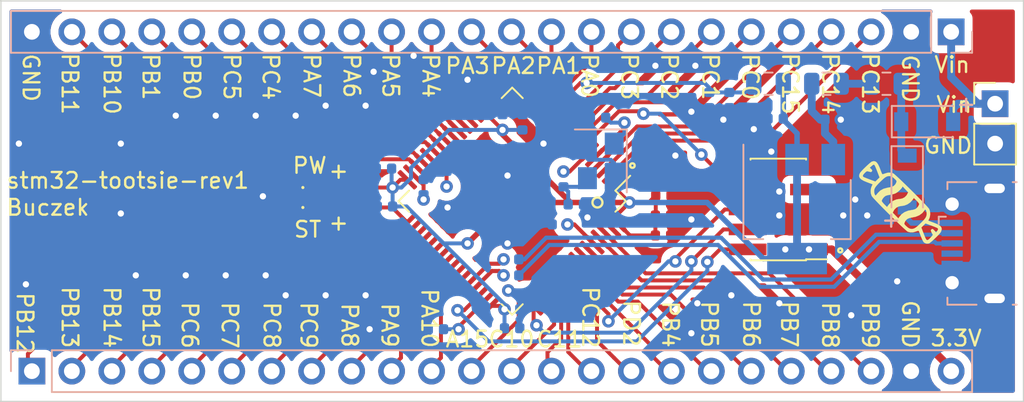
<source format=kicad_pcb>
(kicad_pcb (version 20171130) (host pcbnew 5.1.5+dfsg1-2build2)
  (layers (0 F.Cu jumper) (1 In1.Cu jumper hide) (2 In2.Cu signal hide) (31 B.Cu signal hide) (34 B.Paste user hide) (35 F.Paste user hide) (36 B.SilkS user hide) (37 F.SilkS user) (38 B.Mask user hide) (39 F.Mask user hide) (44 Edge.Cuts user))
  (net 0 "")
  (net 1 GND)
  (net 2 +3.3VA)
  (net 3 "Net-(C3-Pad1)")
  (net 4 +3V3)
  (net 5 HSE_IN)
  (net 6 "Net-(C6-Pad1)")
  (net 7 "Net-(C17-Pad1)")
  (net 8 "Net-(C18-Pad1)")
  (net 9 VDC)
  (net 10 "Net-(D1-Pad1)")
  (net 11 VBUS)
  (net 12 "Net-(D3-Pad2)")
  (net 13 "Net-(D4-Pad2)")
  (net 14 "Net-(F1-Pad2)")
  (net 15 SWDIO)
  (net 16 SWCLK)
  (net 17 SWO)
  (net 18 "Net-(J2-Pad7)")
  (net 19 "Net-(J2-Pad8)")
  (net 20 NRST)
  (net 21 "Net-(J4-Pad4)")
  (net 22 PB11)
  (net 23 PB10)
  (net 24 PB1)
  (net 25 PB0)
  (net 26 PC5)
  (net 27 PC4)
  (net 28 PA7)
  (net 29 PA6)
  (net 30 PA5)
  (net 31 PA4)
  (net 32 PA3)
  (net 33 PA2)
  (net 34 PA1)
  (net 35 PA0)
  (net 36 PC3)
  (net 37 PC2)
  (net 38 PC1)
  (net 39 PC0)
  (net 40 PC15)
  (net 41 PC14)
  (net 42 PC13)
  (net 43 PB12)
  (net 44 PB13)
  (net 45 PB14)
  (net 46 PB15)
  (net 47 PC6)
  (net 48 PC7)
  (net 49 PC8)
  (net 50 PC9)
  (net 51 PA8)
  (net 52 PA9)
  (net 53 PA10)
  (net 54 PA15)
  (net 55 PC10)
  (net 56 PC11)
  (net 57 PC12)
  (net 58 PD2)
  (net 59 PB4)
  (net 60 PB5)
  (net 61 PB6)
  (net 62 PB7)
  (net 63 PB8)
  (net 64 PB9)
  (net 65 HSE_OUT)
  (net 66 BOOT0)
  (net 67 BOOT1)
  (net 68 /data_N)
  (net 69 /data_P)
  (net 70 USB_N)
  (net 71 USB_P)
  (module test:test7 (layer F.Cu) (at 117.1575 72.8345 90)
    (fp_text reference G*** hide)
    (fp_text value LOGO hide)
  )
  (module Diode_SMD:D_0402_1005Metric (layer F.Cu) (at 80.287 73.152)
    (fp_text reference D4)
    (fp_text value RED)
    (pad 2 smd roundrect (at 0.485 0) (size 0.59 0.64) (layers F.Cu F.Paste F.Mask) (net 13 "Net-(D4-Pad2)"))
    (pad 1 smd roundrect (at -0.485 0) (size 0.59 0.64) (layers F.Cu F.Paste F.Mask) (net 1 GND))
  )
  (module Diode_SMD:D_0402_1005Metric (layer F.Cu) (at 80.287 71.882)
    (fp_text reference D3)
    (fp_text value RED)
    (pad 2 smd roundrect (at 0.485 0) (size 0.59 0.64) (layers F.Cu F.Paste F.Mask) (net 12 "Net-(D3-Pad2)"))
    (pad 1 smd roundrect (at -0.485 0) (size 0.59 0.64) (layers F.Cu F.Paste F.Mask) (net 1 GND))
  )
  (module Capacitor_SMD:C_0402_1005Metric (layer B.Cu) (at 87.653 80.899 180)
    (fp_text reference C18)
    (fp_text value 2.2uF)
    (pad 2 smd roundrect (at 0.485 0 180) (size 0.59 0.64) (layers B.Cu B.Paste B.Mask) (net 1 GND))
    (pad 1 smd roundrect (at -0.485 0 180) (size 0.59 0.64) (layers B.Cu B.Paste B.Mask) (net 8 "Net-(C18-Pad1)"))
  )
  (module Capacitor_SMD:C_0402_1005Metric (layer B.Cu) (at 86.868 71.8565 90)
    (fp_text reference C17)
    (fp_text value 2.2uF)
    (pad 2 smd roundrect (at 0.485 0 90) (size 0.59 0.64) (layers B.Cu B.Paste B.Mask) (net 1 GND))
    (pad 1 smd roundrect (at -0.485 0 90) (size 0.59 0.64) (layers B.Cu B.Paste B.Mask) (net 7 "Net-(C17-Pad1)"))
  )
  (module Capacitor_SMD:C_0402_1005Metric (layer F.Cu) (at 102.085 71.12)
    (fp_text reference C7)
    (fp_text value 10uF)
    (pad 2 smd roundrect (at 0.485 0) (size 0.59 0.64) (layers F.Cu F.Paste F.Mask) (net 1 GND))
    (pad 1 smd roundrect (at -0.485 0) (size 0.59 0.64) (layers F.Cu F.Paste F.Mask) (net 4 +3V3))
  )
  (module Capacitor_SMD:C_0402_1005Metric (layer B.Cu) (at 109.243 67.5005 180)
    (fp_text reference C4)
    (fp_text value 10uF)
    (pad 2 smd roundrect (at 0.485 0 180) (size 0.59 0.64) (layers B.Cu B.Paste B.Mask) (net 1 GND))
    (pad 1 smd roundrect (at -0.485 0 180) (size 0.59 0.64) (layers B.Cu B.Paste B.Mask) (net 4 +3V3))
  )
  (module Capacitor_SMD:C_0402_1005Metric (layer B.Cu) (at 112.8625 67.564)
    (fp_text reference C3)
    (fp_text value 10uF)
    (pad 2 smd roundrect (at 0.485 0) (size 0.59 0.64) (layers B.Cu B.Paste B.Mask) (net 1 GND))
    (pad 1 smd roundrect (at -0.485 0) (size 0.59 0.64) (layers B.Cu B.Paste B.Mask) (net 3 "Net-(C3-Pad1)"))
  )
  (module Connector_PinHeader_2.54mm:PinHeader_1x02_P2.54mm_Vertical (layer F.Cu) (at 123.19 66.548)
    (fp_text reference J1)
    (fp_text value Power)
    (pad 2 thru_hole oval (at 0 2.54) (size 1.7 1.7) (drill 1) (layers *.Cu *.Mask) (net 1 GND))
    (pad 1 thru_hole rect (at 0 0) (size 1.7 1.7) (drill 1) (layers *.Cu *.Mask) (net 9 VDC))
  )
  (module Capacitor_SMD:C_0402_1005Metric (layer B.Cu) (at 106.299 66.317 270)
    (fp_text reference C1)
    (fp_text value 100nF)
    (pad 2 smd roundrect (at 0.485 0 270) (size 0.59 0.64) (layers B.Cu B.Paste B.Mask) (net 1 GND))
    (pad 1 smd roundrect (at -0.485 0 270) (size 0.59 0.64) (layers B.Cu B.Paste B.Mask) (net 2 +3.3VA))
  )
  (module Capacitor_SMD:C_0402_1005Metric (layer B.Cu) (at 105.029 66.317 270)
    (fp_text reference C2)
    (fp_text value 10nF)
    (pad 1 smd roundrect (at -0.485 0 270) (size 0.59 0.64) (layers B.Cu B.Paste B.Mask) (net 2 +3.3VA))
    (pad 2 smd roundrect (at 0.485 0 270) (size 0.59 0.64) (layers B.Cu B.Paste B.Mask) (net 1 GND))
  )
  (module Capacitor_SMD:C_0402_1005Metric (layer B.Cu) (at 97.9575 67.437 180)
    (fp_text reference C5)
    (fp_text value 20pF)
    (pad 2 smd roundrect (at 0.485 0 180) (size 0.59 0.64) (layers B.Cu B.Paste B.Mask) (net 1 GND))
    (pad 1 smd roundrect (at -0.485 0 180) (size 0.59 0.64) (layers B.Cu B.Paste B.Mask) (net 5 HSE_IN))
  )
  (module Capacitor_SMD:C_0402_1005Metric (layer B.Cu) (at 96.543 72.9615)
    (fp_text reference C6)
    (fp_text value 20pF)
    (pad 1 smd roundrect (at -0.485 0) (size 0.59 0.64) (layers B.Cu B.Paste B.Mask) (net 6 "Net-(C6-Pad1)"))
    (pad 2 smd roundrect (at 0.485 0) (size 0.59 0.64) (layers B.Cu B.Paste B.Mask) (net 1 GND))
  )
  (module Capacitor_SMD:C_0402_1005Metric (layer F.Cu) (at 102.108 72.39)
    (fp_text reference C8)
    (fp_text value 100nF)
    (pad 1 smd roundrect (at -0.485 0) (size 0.59 0.64) (layers F.Cu F.Paste F.Mask) (net 4 +3V3))
    (pad 2 smd roundrect (at 0.485 0) (size 0.59 0.64) (layers F.Cu F.Paste F.Mask) (net 1 GND))
  )
  (module Capacitor_SMD:C_0402_1005Metric (layer B.Cu) (at 84.351 70.6755 180)
    (fp_text reference C9)
    (fp_text value 100nF)
    (pad 1 smd roundrect (at -0.485 0 180) (size 0.59 0.64) (layers B.Cu B.Paste B.Mask) (net 4 +3V3))
    (pad 2 smd roundrect (at 0.485 0 180) (size 0.59 0.64) (layers B.Cu B.Paste B.Mask) (net 1 GND))
  )
  (module Capacitor_SMD:C_0402_1005Metric (layer B.Cu) (at 84.4145 73.0885 180)
    (fp_text reference C10)
    (fp_text value 100nF)
    (pad 2 smd roundrect (at 0.485 0 180) (size 0.59 0.64) (layers B.Cu B.Paste B.Mask) (net 1 GND))
    (pad 1 smd roundrect (at -0.485 0 180) (size 0.59 0.64) (layers B.Cu B.Paste B.Mask) (net 4 +3V3))
  )
  (module Capacitor_SMD:C_0402_1005Metric (layer B.Cu) (at 92.4965 80.8355)
    (fp_text reference C11)
    (fp_text value 100nF)
    (pad 1 smd roundrect (at -0.485 0) (size 0.59 0.64) (layers B.Cu B.Paste B.Mask) (net 4 +3V3))
    (pad 2 smd roundrect (at 0.485 0) (size 0.59 0.64) (layers B.Cu B.Paste B.Mask) (net 1 GND))
  )
  (module Capacitor_SMD:C_0402_1005Metric (layer B.Cu) (at 92.4965 79.629)
    (fp_text reference C12)
    (fp_text value 100nF)
    (pad 2 smd roundrect (at 0.485 0) (size 0.59 0.64) (layers B.Cu B.Paste B.Mask) (net 1 GND))
    (pad 1 smd roundrect (at -0.485 0) (size 0.59 0.64) (layers B.Cu B.Paste B.Mask) (net 4 +3V3))
  )
  (module Capacitor_SMD:C_0402_1005Metric (layer B.Cu) (at 93.1545 67.7315 90)
    (fp_text reference C13)
    (fp_text value 100nF)
    (pad 2 smd roundrect (at 0.485 0 90) (size 0.59 0.64) (layers B.Cu B.Paste B.Mask) (net 1 GND))
    (pad 1 smd roundrect (at -0.485 0 90) (size 0.59 0.64) (layers B.Cu B.Paste B.Mask) (net 4 +3V3))
  )
  (module Capacitor_SMD:C_0402_1005Metric (layer B.Cu) (at 91.8845 67.7315 90)
    (fp_text reference C14)
    (fp_text value 100nF)
    (pad 2 smd roundrect (at 0.485 0 90) (size 0.59 0.64) (layers B.Cu B.Paste B.Mask) (net 1 GND))
    (pad 1 smd roundrect (at -0.485 0 90) (size 0.59 0.64) (layers B.Cu B.Paste B.Mask) (net 4 +3V3))
  )
  (module Capacitor_SMD:C_0402_1005Metric (layer F.Cu) (at 102.085 73.66)
    (fp_text reference C15)
    (fp_text value 100nF)
    (pad 1 smd roundrect (at -0.485 0) (size 0.59 0.64) (layers F.Cu F.Paste F.Mask) (net 4 +3V3))
    (pad 2 smd roundrect (at 0.485 0) (size 0.59 0.64) (layers F.Cu F.Paste F.Mask) (net 1 GND))
  )
  (module Capacitor_SMD:C_0402_1005Metric (layer F.Cu) (at 102.085 74.93)
    (fp_text reference C16)
    (fp_text value 100nF)
    (pad 1 smd roundrect (at -0.485 0) (size 0.59 0.64) (layers F.Cu F.Paste F.Mask) (net 4 +3V3))
    (pad 2 smd roundrect (at 0.485 0) (size 0.59 0.64) (layers F.Cu F.Paste F.Mask) (net 1 GND))
  )
  (module Diode_SMD:D_SOD-123 (layer B.Cu) (at 118.873 67.691)
    (fp_text reference D1)
    (fp_text value B5819W)
    (pad 2 smd rect (at 1.65 0) (size 0.9 1.2) (layers B.Cu B.Paste B.Mask) (net 9 VDC))
    (pad 1 smd rect (at -1.65 0) (size 0.9 1.2) (layers B.Cu B.Paste B.Mask) (net 10 "Net-(D1-Pad1)"))
  )
  (module Diode_SMD:D_SOD-123 (layer B.Cu) (at 117.602 71.5 270)
    (fp_text reference D2)
    (fp_text value B5819W)
    (pad 2 smd rect (at 1.65 0 270) (size 0.9 1.2) (layers B.Cu B.Paste B.Mask) (net 11 VBUS))
    (pad 1 smd rect (at -1.65 0 270) (size 0.9 1.2) (layers B.Cu B.Paste B.Mask) (net 10 "Net-(D1-Pad1)"))
  )
  (module Fuse:Fuse_0805_2012Metric (layer B.Cu) (at 116.2835 65.278 180)
    (fp_text reference F1)
    (fp_text value 500mA)
    (pad 1 smd roundrect (at -0.9375 0 180) (size 0.975 1.4) (layers B.Cu B.Paste B.Mask) (net 10 "Net-(D1-Pad1)"))
    (pad 2 smd roundrect (at 0.9375 0 180) (size 0.975 1.4) (layers B.Cu B.Paste B.Mask) (net 14 "Net-(F1-Pad2)"))
  )
  (module Inductor_SMD:L_0805_2012Metric (layer B.Cu) (at 108.7905 65.278)
    (fp_text reference FB1)
    (fp_text value "100 @100MHz")
    (pad 1 smd roundrect (at -0.9375 0) (size 0.975 1.4) (layers B.Cu B.Paste B.Mask) (net 2 +3.3VA))
    (pad 2 smd roundrect (at 0.9375 0) (size 0.975 1.4) (layers B.Cu B.Paste B.Mask) (net 4 +3V3))
  )
  (module Inductor_SMD:L_0805_2012Metric (layer B.Cu) (at 112.4735 65.278)
    (fp_text reference FB2)
    (fp_text value "100 @100MHz")
    (pad 2 smd roundrect (at 0.9375 0) (size 0.975 1.4) (layers B.Cu B.Paste B.Mask) (net 14 "Net-(F1-Pad2)"))
    (pad 1 smd roundrect (at -0.9375 0) (size 0.975 1.4) (layers B.Cu B.Paste B.Mask) (net 3 "Net-(C3-Pad1)"))
  )
  (module Crystal:Crystal_SMD_Abracon_ABM8G-4Pin_3.2x2.5mm (layer B.Cu) (at 98.132 70.188 270)
    (fp_text reference HSE1)
    (fp_text value 25MHz)
    (pad 1 smd rect (at -1.1 -0.85 270) (size 1.4 1.2) (layers B.Cu B.Paste B.Mask) (net 5 HSE_IN))
    (pad 2 smd rect (at 1.1 -0.85 270) (size 1.4 1.2) (layers B.Cu B.Paste B.Mask) (net 1 GND))
    (pad 3 smd rect (at 1.1 0.85 270) (size 1.4 1.2) (layers B.Cu B.Paste B.Mask) (net 6 "Net-(C6-Pad1)"))
    (pad 4 smd rect (at -1.1 0.85 270) (size 1.4 1.2) (layers B.Cu B.Paste B.Mask) (net 1 GND))
  )
  (module Connector_PinHeader_1.27mm:PinHeader_2x05_P1.27mm_Vertical_SMD (layer F.Cu) (at 109.4105 73.279 180)
    (fp_text reference J2)
    (fp_text value "ARM 10-Pin Conector")
    (pad 1 smd rect (at -1.95 -2.54 180) (size 2.4 0.74) (layers F.Cu F.Paste F.Mask) (net 4 +3V3))
    (pad 2 smd rect (at 1.95 -2.54 180) (size 2.4 0.74) (layers F.Cu F.Paste F.Mask) (net 15 SWDIO))
    (pad 3 smd rect (at -1.95 -1.27 180) (size 2.4 0.74) (layers F.Cu F.Paste F.Mask) (net 1 GND))
    (pad 4 smd rect (at 1.95 -1.27 180) (size 2.4 0.74) (layers F.Cu F.Paste F.Mask) (net 16 SWCLK))
    (pad 5 smd rect (at -1.95 0 180) (size 2.4 0.74) (layers F.Cu F.Paste F.Mask) (net 1 GND))
    (pad 6 smd rect (at 1.95 0 180) (size 2.4 0.74) (layers F.Cu F.Paste F.Mask) (net 17 SWO))
    (pad 7 smd rect (at -1.95 1.27 180) (size 2.4 0.74) (layers F.Cu F.Paste F.Mask) (net 18 "Net-(J2-Pad7)"))
    (pad 8 smd rect (at 1.95 1.27 180) (size 2.4 0.74) (layers F.Cu F.Paste F.Mask) (net 19 "Net-(J2-Pad8)"))
    (pad 9 smd rect (at -1.95 2.54 180) (size 2.4 0.74) (layers F.Cu F.Paste F.Mask) (net 1 GND))
    (pad 10 smd rect (at 1.95 2.54 180) (size 2.4 0.74) (layers F.Cu F.Paste F.Mask) (net 20 NRST))
  )
  (module Connector_USB:USB_Micro-B_Molex-105017-0001 (layer B.Cu) (at 121.92 75.438 270)
    (fp_text reference J4)
    (fp_text value USB_B_Micro)
    (pad 6 smd rect (at 1 -1.2375 270) (size 1.5 1.9) (layers B.Cu B.Paste B.Mask) (net 1 GND))
    (pad 6 thru_hole circle (at -2.5 1.4625 270) (size 1.45 1.45) (drill 0.85) (layers *.Cu *.Mask) (net 1 GND))
    (pad 2 smd rect (at -0.65 1.4625 270) (size 0.4 1.35) (layers B.Cu B.Paste B.Mask) (net 68 /data_N))
    (pad 1 smd rect (at -1.3 1.4625 270) (size 0.4 1.35) (layers B.Cu B.Paste B.Mask) (net 11 VBUS))
    (pad 5 smd rect (at 1.3 1.4625 270) (size 0.4 1.35) (layers B.Cu B.Paste B.Mask) (net 1 GND))
    (pad 4 smd rect (at 0.65 1.4625 270) (size 0.4 1.35) (layers B.Cu B.Paste B.Mask) (net 21 "Net-(J4-Pad4)"))
    (pad 3 smd rect (at 0 1.4625 270) (size 0.4 1.35) (layers B.Cu B.Paste B.Mask) (net 69 /data_P))
    (pad 6 thru_hole circle (at 2.5 1.4625 270) (size 1.45 1.45) (drill 0.85) (layers *.Cu *.Mask) (net 1 GND))
    (pad 6 smd rect (at -1 -1.2375 270) (size 1.5 1.9) (layers B.Cu B.Paste B.Mask) (net 1 GND))
    (pad 6 thru_hole oval (at -3.5 -1.2375 90) (size 1.2 1.9) (drill oval 0.6 1.3) (layers *.Cu *.Mask) (net 1 GND))
    (pad 6 thru_hole oval (at 3.5 -1.2375 270) (size 1.2 1.9) (drill oval 0.6 1.3) (layers *.Cu *.Mask) (net 1 GND))
    (pad 6 smd rect (at 2.9 -1.2375 270) (size 1.2 1.9) (layers B.Cu B.Mask) (net 1 GND))
    (pad 6 smd rect (at -2.9 -1.2375 270) (size 1.2 1.9) (layers B.Cu B.Mask) (net 1 GND))
  )
  (module Connector_PinHeader_2.54mm:PinHeader_1x24_P2.54mm_Vertical (layer B.Cu) (at 120.396 61.976 90)
    (fp_text reference J5)
    (fp_text value Conn_01x24)
    (pad 24 thru_hole oval (at 0 -58.42 90) (size 1.7 1.7) (drill 1) (layers *.Cu *.Mask) (net 1 GND))
    (pad 23 thru_hole oval (at 0 -55.88 90) (size 1.7 1.7) (drill 1) (layers *.Cu *.Mask) (net 22 PB11))
    (pad 22 thru_hole oval (at 0 -53.34 90) (size 1.7 1.7) (drill 1) (layers *.Cu *.Mask) (net 23 PB10))
    (pad 21 thru_hole oval (at 0 -50.8 90) (size 1.7 1.7) (drill 1) (layers *.Cu *.Mask) (net 24 PB1))
    (pad 20 thru_hole oval (at 0 -48.26 90) (size 1.7 1.7) (drill 1) (layers *.Cu *.Mask) (net 25 PB0))
    (pad 19 thru_hole oval (at 0 -45.72 90) (size 1.7 1.7) (drill 1) (layers *.Cu *.Mask) (net 26 PC5))
    (pad 18 thru_hole oval (at 0 -43.18 90) (size 1.7 1.7) (drill 1) (layers *.Cu *.Mask) (net 27 PC4))
    (pad 17 thru_hole oval (at 0 -40.64 90) (size 1.7 1.7) (drill 1) (layers *.Cu *.Mask) (net 28 PA7))
    (pad 16 thru_hole oval (at 0 -38.1 90) (size 1.7 1.7) (drill 1) (layers *.Cu *.Mask) (net 29 PA6))
    (pad 15 thru_hole oval (at 0 -35.56 90) (size 1.7 1.7) (drill 1) (layers *.Cu *.Mask) (net 30 PA5))
    (pad 14 thru_hole oval (at 0 -33.02 90) (size 1.7 1.7) (drill 1) (layers *.Cu *.Mask) (net 31 PA4))
    (pad 13 thru_hole oval (at 0 -30.48 90) (size 1.7 1.7) (drill 1) (layers *.Cu *.Mask) (net 32 PA3))
    (pad 12 thru_hole oval (at 0 -27.94 90) (size 1.7 1.7) (drill 1) (layers *.Cu *.Mask) (net 33 PA2))
    (pad 11 thru_hole oval (at 0 -25.4 90) (size 1.7 1.7) (drill 1) (layers *.Cu *.Mask) (net 34 PA1))
    (pad 10 thru_hole oval (at 0 -22.86 90) (size 1.7 1.7) (drill 1) (layers *.Cu *.Mask) (net 35 PA0))
    (pad 9 thru_hole oval (at 0 -20.32 90) (size 1.7 1.7) (drill 1) (layers *.Cu *.Mask) (net 36 PC3))
    (pad 8 thru_hole oval (at 0 -17.78 90) (size 1.7 1.7) (drill 1) (layers *.Cu *.Mask) (net 37 PC2))
    (pad 7 thru_hole oval (at 0 -15.24 90) (size 1.7 1.7) (drill 1) (layers *.Cu *.Mask) (net 38 PC1))
    (pad 6 thru_hole oval (at 0 -12.7 90) (size 1.7 1.7) (drill 1) (layers *.Cu *.Mask) (net 39 PC0))
    (pad 5 thru_hole oval (at 0 -10.16 90) (size 1.7 1.7) (drill 1) (layers *.Cu *.Mask) (net 40 PC15))
    (pad 4 thru_hole oval (at 0 -7.62 90) (size 1.7 1.7) (drill 1) (layers *.Cu *.Mask) (net 41 PC14))
    (pad 3 thru_hole oval (at 0 -5.08 90) (size 1.7 1.7) (drill 1) (layers *.Cu *.Mask) (net 42 PC13))
    (pad 2 thru_hole oval (at 0 -2.54 90) (size 1.7 1.7) (drill 1) (layers *.Cu *.Mask) (net 1 GND))
    (pad 1 thru_hole rect (at 0 0 90) (size 1.7 1.7) (drill 1) (layers *.Cu *.Mask) (net 9 VDC))
  )
  (module Connector_PinHeader_2.54mm:PinHeader_1x24_P2.54mm_Vertical (layer B.Cu) (at 61.976 83.566 270)
    (fp_text reference J6)
    (fp_text value Conn_01x24)
    (pad 1 thru_hole rect (at 0 0 270) (size 1.7 1.7) (drill 1) (layers *.Cu *.Mask) (net 43 PB12))
    (pad 2 thru_hole oval (at 0 -2.54 270) (size 1.7 1.7) (drill 1) (layers *.Cu *.Mask) (net 44 PB13))
    (pad 3 thru_hole oval (at 0 -5.08 270) (size 1.7 1.7) (drill 1) (layers *.Cu *.Mask) (net 45 PB14))
    (pad 4 thru_hole oval (at 0 -7.62 270) (size 1.7 1.7) (drill 1) (layers *.Cu *.Mask) (net 46 PB15))
    (pad 5 thru_hole oval (at 0 -10.16 270) (size 1.7 1.7) (drill 1) (layers *.Cu *.Mask) (net 47 PC6))
    (pad 6 thru_hole oval (at 0 -12.7 270) (size 1.7 1.7) (drill 1) (layers *.Cu *.Mask) (net 48 PC7))
    (pad 7 thru_hole oval (at 0 -15.24 270) (size 1.7 1.7) (drill 1) (layers *.Cu *.Mask) (net 49 PC8))
    (pad 8 thru_hole oval (at 0 -17.78 270) (size 1.7 1.7) (drill 1) (layers *.Cu *.Mask) (net 50 PC9))
    (pad 9 thru_hole oval (at 0 -20.32 270) (size 1.7 1.7) (drill 1) (layers *.Cu *.Mask) (net 51 PA8))
    (pad 10 thru_hole oval (at 0 -22.86 270) (size 1.7 1.7) (drill 1) (layers *.Cu *.Mask) (net 52 PA9))
    (pad 11 thru_hole oval (at 0 -25.4 270) (size 1.7 1.7) (drill 1) (layers *.Cu *.Mask) (net 53 PA10))
    (pad 12 thru_hole oval (at 0 -27.94 270) (size 1.7 1.7) (drill 1) (layers *.Cu *.Mask) (net 54 PA15))
    (pad 13 thru_hole oval (at 0 -30.48 270) (size 1.7 1.7) (drill 1) (layers *.Cu *.Mask) (net 55 PC10))
    (pad 14 thru_hole oval (at 0 -33.02 270) (size 1.7 1.7) (drill 1) (layers *.Cu *.Mask) (net 56 PC11))
    (pad 15 thru_hole oval (at 0 -35.56 270) (size 1.7 1.7) (drill 1) (layers *.Cu *.Mask) (net 57 PC12))
    (pad 16 thru_hole oval (at 0 -38.1 270) (size 1.7 1.7) (drill 1) (layers *.Cu *.Mask) (net 58 PD2))
    (pad 17 thru_hole oval (at 0 -40.64 270) (size 1.7 1.7) (drill 1) (layers *.Cu *.Mask) (net 59 PB4))
    (pad 18 thru_hole oval (at 0 -43.18 270) (size 1.7 1.7) (drill 1) (layers *.Cu *.Mask) (net 60 PB5))
    (pad 19 thru_hole oval (at 0 -45.72 270) (size 1.7 1.7) (drill 1) (layers *.Cu *.Mask) (net 61 PB6))
    (pad 20 thru_hole oval (at 0 -48.26 270) (size 1.7 1.7) (drill 1) (layers *.Cu *.Mask) (net 62 PB7))
    (pad 21 thru_hole oval (at 0 -50.8 270) (size 1.7 1.7) (drill 1) (layers *.Cu *.Mask) (net 63 PB8))
    (pad 22 thru_hole oval (at 0 -53.34 270) (size 1.7 1.7) (drill 1) (layers *.Cu *.Mask) (net 64 PB9))
    (pad 23 thru_hole oval (at 0 -55.88 270) (size 1.7 1.7) (drill 1) (layers *.Cu *.Mask) (net 1 GND))
    (pad 24 thru_hole oval (at 0 -58.42 270) (size 1.7 1.7) (drill 1) (layers *.Cu *.Mask) (net 4 +3V3))
  )
  (module Resistor_SMD:R_0402_1005Metric (layer B.Cu) (at 95.758 71.351 270)
    (fp_text reference R1)
    (fp_text value 220)
    (pad 1 smd roundrect (at -0.485 0 270) (size 0.59 0.64) (layers B.Cu B.Paste B.Mask) (net 65 HSE_OUT))
    (pad 2 smd roundrect (at 0.485 0 270) (size 0.59 0.64) (layers B.Cu B.Paste B.Mask) (net 6 "Net-(C6-Pad1)"))
  )
  (module Resistor_SMD:R_0402_1005Metric (layer B.Cu) (at 92.433 76.454)
    (fp_text reference R2)
    (fp_text value 22)
    (pad 1 smd roundrect (at -0.485 0) (size 0.59 0.64) (layers B.Cu B.Paste B.Mask) (net 70 USB_N))
    (pad 2 smd roundrect (at 0.485 0) (size 0.59 0.64) (layers B.Cu B.Paste B.Mask) (net 68 /data_N))
  )
  (module Resistor_SMD:R_0402_1005Metric (layer B.Cu) (at 92.433 77.47)
    (fp_text reference R3)
    (fp_text value 22)
    (pad 2 smd roundrect (at 0.485 0) (size 0.59 0.64) (layers B.Cu B.Paste B.Mask) (net 69 /data_P))
    (pad 1 smd roundrect (at -0.485 0) (size 0.59 0.64) (layers B.Cu B.Paste B.Mask) (net 71 USB_P))
  )
  (module Resistor_SMD:R_0402_1005Metric (layer F.Cu) (at 82.804 71.882)
    (fp_text reference R4)
    (fp_text value 2.2k)
    (pad 2 smd roundrect (at 0.485 0) (size 0.59 0.64) (layers F.Cu F.Paste F.Mask) (net 4 +3V3))
    (pad 1 smd roundrect (at -0.485 0) (size 0.59 0.64) (layers F.Cu F.Paste F.Mask) (net 12 "Net-(D3-Pad2)"))
  )
  (module Resistor_SMD:R_0402_1005Metric (layer B.Cu) (at 95.527 74.2315)
    (fp_text reference R7)
    (fp_text value 10k)
    (pad 2 smd roundrect (at 0.485 0) (size 0.59 0.64) (layers B.Cu B.Paste B.Mask) (net 66 BOOT0))
    (pad 1 smd roundrect (at -0.485 0) (size 0.59 0.64) (layers B.Cu B.Paste B.Mask) (net 1 GND))
  )
  (module Resistor_SMD:R_0402_1005Metric (layer B.Cu) (at 88.3285 71.3335 270)
    (fp_text reference R8)
    (fp_text value 10k)
    (pad 1 smd roundrect (at -0.485 0 270) (size 0.59 0.64) (layers B.Cu B.Paste B.Mask) (net 1 GND))
    (pad 2 smd roundrect (at 0.485 0 270) (size 0.59 0.64) (layers B.Cu B.Paste B.Mask) (net 67 BOOT1))
  )
  (module Resistor_SMD:R_0402_1005Metric (layer F.Cu) (at 82.781 73.152)
    (fp_text reference R9)
    (fp_text value 2.2k)
    (pad 1 smd roundrect (at -0.485 0) (size 0.59 0.64) (layers F.Cu F.Paste F.Mask) (net 13 "Net-(D4-Pad2)"))
    (pad 2 smd roundrect (at 0.485 0) (size 0.59 0.64) (layers F.Cu F.Paste F.Mask) (net 43 PB12))
  )
  (module Package_TO_SOT_SMD:SOT-223-3_TabPin2 (layer B.Cu) (at 110.603 73.254 270)
    (fp_text reference U1)
    (fp_text value AMS1117-3.3)
    (pad 2 smd rect (at 3.15 0 270) (size 2 3.8) (layers B.Cu B.Paste B.Mask) (net 4 +3V3))
    (pad 2 smd rect (at -3.15 0 270) (size 2 1.5) (layers B.Cu B.Paste B.Mask) (net 4 +3V3))
    (pad 3 smd rect (at -3.15 -2.3 270) (size 2 1.5) (layers B.Cu B.Paste B.Mask) (net 3 "Net-(C3-Pad1)"))
    (pad 1 smd rect (at -3.15 2.3 270) (size 2 1.5) (layers B.Cu B.Paste B.Mask) (net 1 GND))
  )
  (module Package_QFP:LQFP-64_10x10mm_P0.5mm (layer F.Cu) (at 92.5 72.75 225)
    (fp_text reference U2)
    (fp_text value STM32F405RGT6)
    (pad 1 smd roundrect (at -5.675 -3.75 225) (size 1.55 0.3) (layers F.Cu F.Paste F.Mask) (net 4 +3V3))
    (pad 2 smd roundrect (at -5.675 -3.25 225) (size 1.55 0.3) (layers F.Cu F.Paste F.Mask) (net 42 PC13))
    (pad 3 smd roundrect (at -5.675 -2.75 225) (size 1.55 0.3) (layers F.Cu F.Paste F.Mask) (net 41 PC14))
    (pad 4 smd roundrect (at -5.675 -2.25 225) (size 1.55 0.3) (layers F.Cu F.Paste F.Mask) (net 40 PC15))
    (pad 5 smd roundrect (at -5.675 -1.75 225) (size 1.55 0.3) (layers F.Cu F.Paste F.Mask) (net 5 HSE_IN))
    (pad 6 smd roundrect (at -5.675 -1.25 225) (size 1.55 0.3) (layers F.Cu F.Paste F.Mask) (net 65 HSE_OUT))
    (pad 7 smd roundrect (at -5.675 -0.75 225) (size 1.55 0.3) (layers F.Cu F.Paste F.Mask) (net 20 NRST))
    (pad 8 smd roundrect (at -5.675 -0.25 225) (size 1.55 0.3) (layers F.Cu F.Paste F.Mask) (net 39 PC0))
    (pad 9 smd roundrect (at -5.675 0.25 225) (size 1.55 0.3) (layers F.Cu F.Paste F.Mask) (net 38 PC1))
    (pad 10 smd roundrect (at -5.675 0.75 225) (size 1.55 0.3) (layers F.Cu F.Paste F.Mask) (net 37 PC2))
    (pad 11 smd roundrect (at -5.675 1.25 225) (size 1.55 0.3) (layers F.Cu F.Paste F.Mask) (net 36 PC3))
    (pad 12 smd roundrect (at -5.675 1.75 225) (size 1.55 0.3) (layers F.Cu F.Paste F.Mask) (net 1 GND))
    (pad 13 smd roundrect (at -5.675 2.25 225) (size 1.55 0.3) (layers F.Cu F.Paste F.Mask) (net 2 +3.3VA))
    (pad 14 smd roundrect (at -5.675 2.75 225) (size 1.55 0.3) (layers F.Cu F.Paste F.Mask) (net 35 PA0))
    (pad 15 smd roundrect (at -5.675 3.25 225) (size 1.55 0.3) (layers F.Cu F.Paste F.Mask) (net 34 PA1))
    (pad 16 smd roundrect (at -5.675 3.75 225) (size 1.55 0.3) (layers F.Cu F.Paste F.Mask) (net 33 PA2))
    (pad 17 smd roundrect (at -3.75 5.675 225) (size 0.3 1.55) (layers F.Cu F.Paste F.Mask) (net 32 PA3))
    (pad 18 smd roundrect (at -3.25 5.675 225) (size 0.3 1.55) (layers F.Cu F.Paste F.Mask) (net 1 GND))
    (pad 19 smd roundrect (at -2.75 5.675 225) (size 0.3 1.55) (layers F.Cu F.Paste F.Mask) (net 4 +3V3))
    (pad 20 smd roundrect (at -2.25 5.675 225) (size 0.3 1.55) (layers F.Cu F.Paste F.Mask) (net 31 PA4))
    (pad 21 smd roundrect (at -1.75 5.675 225) (size 0.3 1.55) (layers F.Cu F.Paste F.Mask) (net 30 PA5))
    (pad 22 smd roundrect (at -1.25 5.675 225) (size 0.3 1.55) (layers F.Cu F.Paste F.Mask) (net 29 PA6))
    (pad 23 smd roundrect (at -0.75 5.675 225) (size 0.3 1.55) (layers F.Cu F.Paste F.Mask) (net 28 PA7))
    (pad 24 smd roundrect (at -0.25 5.675 225) (size 0.3 1.55) (layers F.Cu F.Paste F.Mask) (net 27 PC4))
    (pad 25 smd roundrect (at 0.25 5.675 225) (size 0.3 1.55) (layers F.Cu F.Paste F.Mask) (net 26 PC5))
    (pad 26 smd roundrect (at 0.75 5.675 225) (size 0.3 1.55) (layers F.Cu F.Paste F.Mask) (net 25 PB0))
    (pad 27 smd roundrect (at 1.25 5.675 225) (size 0.3 1.55) (layers F.Cu F.Paste F.Mask) (net 24 PB1))
    (pad 28 smd roundrect (at 1.75 5.675 225) (size 0.3 1.55) (layers F.Cu F.Paste F.Mask) (net 67 BOOT1))
    (pad 29 smd roundrect (at 2.25 5.675 225) (size 0.3 1.55) (layers F.Cu F.Paste F.Mask) (net 23 PB10))
    (pad 30 smd roundrect (at 2.75 5.675 225) (size 0.3 1.55) (layers F.Cu F.Paste F.Mask) (net 22 PB11))
    (pad 31 smd roundrect (at 3.25 5.675 225) (size 0.3 1.55) (layers F.Cu F.Paste F.Mask) (net 7 "Net-(C17-Pad1)"))
    (pad 32 smd roundrect (at 3.75 5.675 225) (size 0.3 1.55) (layers F.Cu F.Paste F.Mask) (net 4 +3V3))
    (pad 33 smd roundrect (at 5.675 3.75 225) (size 1.55 0.3) (layers F.Cu F.Paste F.Mask) (net 43 PB12))
    (pad 34 smd roundrect (at 5.675 3.25 225) (size 1.55 0.3) (layers F.Cu F.Paste F.Mask) (net 44 PB13))
    (pad 35 smd roundrect (at 5.675 2.75 225) (size 1.55 0.3) (layers F.Cu F.Paste F.Mask) (net 45 PB14))
    (pad 36 smd roundrect (at 5.675 2.25 225) (size 1.55 0.3) (layers F.Cu F.Paste F.Mask) (net 46 PB15))
    (pad 37 smd roundrect (at 5.675 1.75 225) (size 1.55 0.3) (layers F.Cu F.Paste F.Mask) (net 47 PC6))
    (pad 38 smd roundrect (at 5.675 1.25 225) (size 1.55 0.3) (layers F.Cu F.Paste F.Mask) (net 48 PC7))
    (pad 39 smd roundrect (at 5.675 0.75 225) (size 1.55 0.3) (layers F.Cu F.Paste F.Mask) (net 49 PC8))
    (pad 40 smd roundrect (at 5.675 0.25 225) (size 1.55 0.3) (layers F.Cu F.Paste F.Mask) (net 50 PC9))
    (pad 41 smd roundrect (at 5.675 -0.25 225) (size 1.55 0.3) (layers F.Cu F.Paste F.Mask) (net 51 PA8))
    (pad 42 smd roundrect (at 5.675 -0.75 225) (size 1.55 0.3) (layers F.Cu F.Paste F.Mask) (net 52 PA9))
    (pad 43 smd roundrect (at 5.675 -1.25 225) (size 1.55 0.3) (layers F.Cu F.Paste F.Mask) (net 53 PA10))
    (pad 44 smd roundrect (at 5.675 -1.75 225) (size 1.55 0.3) (layers F.Cu F.Paste F.Mask) (net 70 USB_N))
    (pad 45 smd roundrect (at 5.675 -2.25 225) (size 1.55 0.3) (layers F.Cu F.Paste F.Mask) (net 71 USB_P))
    (pad 46 smd roundrect (at 5.675 -2.75 225) (size 1.55 0.3) (layers F.Cu F.Paste F.Mask) (net 15 SWDIO))
    (pad 47 smd roundrect (at 5.675 -3.25 225) (size 1.55 0.3) (layers F.Cu F.Paste F.Mask) (net 8 "Net-(C18-Pad1)"))
    (pad 48 smd roundrect (at 5.675 -3.75 225) (size 1.55 0.3) (layers F.Cu F.Paste F.Mask) (net 4 +3V3))
    (pad 49 smd roundrect (at 3.75 -5.675 225) (size 0.3 1.55) (layers F.Cu F.Paste F.Mask) (net 16 SWCLK))
    (pad 50 smd roundrect (at 3.25 -5.675 225) (size 0.3 1.55) (layers F.Cu F.Paste F.Mask) (net 54 PA15))
    (pad 51 smd roundrect (at 2.75 -5.675 225) (size 0.3 1.55) (layers F.Cu F.Paste F.Mask) (net 55 PC10))
    (pad 52 smd roundrect (at 2.25 -5.675 225) (size 0.3 1.55) (layers F.Cu F.Paste F.Mask) (net 56 PC11))
    (pad 53 smd roundrect (at 1.75 -5.675 225) (size 0.3 1.55) (layers F.Cu F.Paste F.Mask) (net 57 PC12))
    (pad 54 smd roundrect (at 1.25 -5.675 225) (size 0.3 1.55) (layers F.Cu F.Paste F.Mask) (net 58 PD2))
    (pad 55 smd roundrect (at 0.75 -5.675 225) (size 0.3 1.55) (layers F.Cu F.Paste F.Mask) (net 17 SWO))
    (pad 56 smd roundrect (at 0.25 -5.675 225) (size 0.3 1.55) (layers F.Cu F.Paste F.Mask) (net 59 PB4))
    (pad 57 smd roundrect (at -0.25 -5.675 225) (size 0.3 1.55) (layers F.Cu F.Paste F.Mask) (net 60 PB5))
    (pad 58 smd roundrect (at -0.75 -5.675 225) (size 0.3 1.55) (layers F.Cu F.Paste F.Mask) (net 61 PB6))
    (pad 59 smd roundrect (at -1.25 -5.675 225) (size 0.3 1.55) (layers F.Cu F.Paste F.Mask) (net 62 PB7))
    (pad 60 smd roundrect (at -1.75 -5.675 225) (size 0.3 1.55) (layers F.Cu F.Paste F.Mask) (net 66 BOOT0))
    (pad 61 smd roundrect (at -2.25 -5.675 225) (size 0.3 1.55) (layers F.Cu F.Paste F.Mask) (net 63 PB8))
    (pad 62 smd roundrect (at -2.75 -5.675 225) (size 0.3 1.55) (layers F.Cu F.Paste F.Mask) (net 64 PB9))
    (pad 63 smd roundrect (at -3.25 -5.675 225) (size 0.3 1.55) (layers F.Cu F.Paste F.Mask) (net 1 GND))
    (pad 64 smd roundrect (at -3.75 -5.675 225) (size 0.3 1.55) (layers F.Cu F.Paste F.Mask) (net 4 +3V3))
  )
  (gr_text ST (at 79.502 74.549) (layer F.SilkS) (effects (font (size 1 1))))
  (gr_text PW (at 79.629 70.485) (layer F.SilkS) (effects (font (size 1 1))))
  (gr_circle (center 113.3475 75.8825) (end 113.4745 75.8825) (layer F.SilkS) (width 0.15))
  (gr_circle (center 100.1395 70.485) (end 100.2665 70.4215) (layer F.SilkS) (width 0.15))
  (gr_circle (center 97.917 72.8345) (end 98.2345 72.8345) (layer F.SilkS) (width 0.15))
  (gr_text + (at 116.586 73.914) (layer B.SilkS) (effects (font (size 1 1)) (justify mirror)))
  (gr_text + (at 121.3485 66.548) (layer B.SilkS) (effects (font (size 1 1)) (justify mirror)))
  (gr_text "+\n" (at 81.4705 74.1045) (layer F.SilkS) (effects (font (size 1 1))))
  (gr_text "+\n" (at 81.4705 70.8025) (layer F.SilkS) (effects (font (size 1 1))))
  (gr_text PB12 (at 61.5315 80.518 270) (layer F.SilkS) (effects (font (size 1 1))))
  (gr_text PB13 (at 64.389 80.137 270) (layer F.SilkS) (effects (font (size 1 1))))
  (gr_text PB14 (at 67.056 80.137 270) (layer F.SilkS) (effects (font (size 1 1))))
  (gr_text PB15 (at 69.5325 80.137 270) (layer F.SilkS) (effects (font (size 1 1))))
  (gr_text PC6 (at 72.009 80.645 270) (layer F.SilkS) (effects (font (size 1 1))))
  (gr_text PC7 (at 74.549 80.645 270) (layer F.SilkS) (effects (font (size 1 1))))
  (gr_text PC8 (at 77.216 80.645 270) (layer F.SilkS) (effects (font (size 1 1))))
  (gr_text PC9 (at 79.5655 80.645 270) (layer F.SilkS) (effects (font (size 1 1))))
  (gr_text PA8 (at 82.169 80.645 270) (layer F.SilkS) (effects (font (size 1 1))))
  (gr_text PA9 (at 84.709 80.645 270) (layer F.SilkS) (effects (font (size 1 1))))
  (gr_text PA10 (at 87.249 80.2005 270) (layer F.SilkS) (effects (font (size 1 1))))
  (gr_text A15 (at 89.662 81.534) (layer F.SilkS) (effects (font (size 1 1))))
  (gr_text C10 (at 92.456 81.534) (layer F.SilkS) (effects (font (size 1 1))))
  (gr_text C11 (at 95.504 81.534) (layer F.SilkS) (effects (font (size 1 1))))
  (gr_text PC12 (at 97.4725 80.137 270) (layer F.SilkS) (effects (font (size 1 1))))
  (gr_text PD2 (at 100.076 80.518 270) (layer F.SilkS) (effects (font (size 1 1))))
  (gr_text PB4 (at 102.5525 80.5815 270) (layer F.SilkS) (effects (font (size 1 1))))
  (gr_text PB5 (at 105.029 80.5815 270) (layer F.SilkS) (effects (font (size 1 1))))
  (gr_text PB6 (at 107.696 80.5815 270) (layer F.SilkS) (effects (font (size 1 1))))
  (gr_text PB7 (at 110.109 80.5815 270) (layer F.SilkS) (effects (font (size 1 1))))
  (gr_text PB8 (at 112.7125 80.645 270) (layer F.SilkS) (effects (font (size 1 1))))
  (gr_text PB9 (at 115.2525 80.645 270) (layer F.SilkS) (effects (font (size 1 1))))
  (gr_text GND (at 117.7925 80.5815 270) (layer F.SilkS) (effects (font (size 1 1))))
  (gr_text 3.3V (at 120.7135 81.4705) (layer F.SilkS) (effects (font (size 1 1))))
  (gr_text GND (at 120.2055 69.215) (layer F.SilkS) (effects (font (size 1 1))))
  (gr_text Vin (at 120.5865 66.6115) (layer F.SilkS) (effects (font (size 1 1))))
  (gr_text Vin (at 120.4595 64.0715) (layer F.SilkS) (effects (font (size 1 1))))
  (gr_text GND (at 117.7925 64.9605 270) (layer F.SilkS) (effects (font (size 1 1))))
  (gr_text PC13 (at 115.2525 65.278 270) (layer F.SilkS) (effects (font (size 1 1))))
  (gr_text PC14 (at 112.7125 65.278 270) (layer F.SilkS) (effects (font (size 1 1))))
  (gr_text PC15 (at 110.1725 65.278 270) (layer F.SilkS) (effects (font (size 1 1))))
  (gr_text PC0 (at 107.6325 64.8335 270) (layer F.SilkS) (effects (font (size 1 1))))
  (gr_text PC1 (at 105.0925 64.8335 270) (layer F.SilkS) (effects (font (size 1 1))))
  (gr_text "PC2\n" (at 102.489 64.8335 270) (layer F.SilkS) (effects (font (size 1 1))))
  (gr_text PC3 (at 99.949 64.8335 270) (layer F.SilkS) (effects (font (size 1 1))))
  (gr_text PA0 (at 97.409 64.77 270) (layer F.SilkS) (effects (font (size 1 1))))
  (gr_text PA1 (at 95.4405 64.135) (layer F.SilkS) (effects (font (size 1 1))))
  (gr_text PA2 (at 92.583 64.135) (layer F.SilkS) (effects (font (size 1 1))))
  (gr_text PA3 (at 89.662 64.135) (layer F.SilkS) (effects (font (size 1 1))))
  (gr_text PA4 (at 87.3125 64.77 270) (layer F.SilkS) (effects (font (size 1 1))))
  (gr_text PA5 (at 84.7725 64.77 270) (layer F.SilkS) (effects (font (size 1 1))))
  (gr_text PA6 (at 82.296 64.77 270) (layer F.SilkS) (effects (font (size 1 1))))
  (gr_text PA7 (at 79.756 64.77 270) (layer F.SilkS) (effects (font (size 1 1))))
  (gr_text PC4 (at 77.1525 64.8335 -90) (layer F.SilkS) (effects (font (size 1 1))))
  (gr_text PC5 (at 74.676 64.8335 -90) (layer F.SilkS) (effects (font (size 1 1))))
  (gr_text "PB0\n" (at 72.136 64.8335 270) (layer F.SilkS) (effects (font (size 1 1))))
  (gr_text "PB1\n" (at 69.5325 64.8335 270) (layer F.SilkS) (effects (font (size 1 1))))
  (gr_text "PB10\n" (at 67.056 65.278 270) (layer F.SilkS) (effects (font (size 1 1))))
  (gr_text PB11 (at 64.389 65.278 270) (layer F.SilkS) (effects (font (size 1 1))))
  (gr_text GND (at 61.9125 64.897 270) (layer F.SilkS) (effects (font (size 1 1))))
  (gr_text stm32-tootsie-rev1 (at 68.072 71.4375) (layer F.SilkS) (effects (font (size 1 1))))
  (gr_text Buczek (at 62.992 73.152) (layer F.SilkS) (effects (font (size 1 1))))
  (gr_line (start 60 85.5) (end 60 60) (layer Edge.Cuts) (width 0.1))
  (gr_line (start 125 85.5) (end 60 85.5) (layer Edge.Cuts) (width 0.1))
  (gr_line (start 125 60) (end 125 85.5) (layer Edge.Cuts) (width 0.1))
  (gr_line (start 60 60) (end 125 60) (layer Edge.Cuts) (width 0.1))
  (via (at 73.66 67.31) (size 0.8) (drill 0.4) (layers F.Cu B.Cu) (net 1))
  (via (at 71.12 67.31) (size 0.8) (drill 0.4) (layers F.Cu B.Cu) (net 1))
  (via (at 61.1505 69.088) (size 0.8) (drill 0.4) (layers F.Cu B.Cu) (net 1))
  (via (at 61.595 78.0415) (size 0.8) (drill 0.4) (layers F.Cu B.Cu) (net 1))
  (via (at 67.6275 73.533) (size 0.8) (drill 0.4) (layers F.Cu B.Cu) (net 1))
  (via (at 115.062 73.66) (size 0.8) (drill 0.4) (layers F.Cu B.Cu) (net 1))
  (via (at 114.3 72.644) (size 0.8) (drill 0.4) (layers F.Cu B.Cu) (net 1))
  (via (at 113.538 73.66) (size 0.8) (drill 0.4) (layers F.Cu B.Cu) (net 1))
  (via (at 94.488 69.088) (size 0.8) (drill 0.4) (layers F.Cu B.Cu) (net 1))
  (via (at 88.392 73.152) (size 0.8) (drill 0.4) (layers F.Cu B.Cu) (net 1))
  (via (at 92.202 75.438) (size 0.8) (drill 0.4) (layers F.Cu B.Cu) (net 1))
  (via (at 92.2528 78.4352) (size 0.8) (drill 0.4) (layers F.Cu B.Cu) (net 1))
  (segment (start 105.029 66.802) (end 106.299 66.802) (width 0.25) (layer B.Cu) (net 1))
  (segment (start 107.091 66.802) (end 107.853 67.564) (width 0.25) (layer B.Cu) (net 1))
  (segment (start 106.299 66.802) (end 107.091 66.802) (width 0.25) (layer B.Cu) (net 1))
  (segment (start 107.853 69.654) (end 108.303 70.104) (width 0.25) (layer B.Cu) (net 1))
  (segment (start 107.853 67.564) (end 107.853 68.169) (width 0.25) (layer B.Cu) (net 1))
  (segment (start 97.4725 68.8975) (end 97.282 69.088) (width 0.25) (layer B.Cu) (net 1))
  (segment (start 97.4725 67.437) (end 97.4725 68.8975) (width 0.25) (layer B.Cu) (net 1))
  (segment (start 97.282 70.038) (end 97.282 69.088) (width 0.25) (layer B.Cu) (net 1))
  (segment (start 97.357001 70.113001) (end 97.282 70.038) (width 0.25) (layer B.Cu) (net 1))
  (segment (start 98.757001 70.113001) (end 97.357001 70.113001) (width 0.25) (layer B.Cu) (net 1))
  (segment (start 98.982 70.338) (end 98.757001 70.113001) (width 0.25) (layer B.Cu) (net 1))
  (segment (start 98.982 71.288) (end 98.982 70.338) (width 0.25) (layer B.Cu) (net 1))
  (segment (start 79.1335 71.6535) (end 79.159 71.628) (width 0.25) (layer F.Cu) (net 1))
  (segment (start 79.1335 73.406) (end 79.1335 71.6535) (width 0.25) (layer F.Cu) (net 1))
  (segment (start 102.57 74.93) (end 102.57 73.66) (width 0.25) (layer F.Cu) (net 1))
  (segment (start 102.57 72.413) (end 102.593 72.39) (width 0.25) (layer F.Cu) (net 1))
  (segment (start 102.57 73.66) (end 102.57 72.413) (width 0.25) (layer F.Cu) (net 1))
  (segment (start 103.175 71.808) (end 102.593 72.39) (width 0.25) (layer F.Cu) (net 1))
  (segment (start 103.175 70.866) (end 103.175 71.808) (width 0.25) (layer F.Cu) (net 1))
  (segment (start 123.19 71.9055) (end 123.1575 71.938) (width 0.25) (layer F.Cu) (net 1))
  (segment (start 123.19 69.088) (end 123.19 71.9055) (width 0.25) (layer F.Cu) (net 1))
  (segment (start 123.1575 74.438) (end 123.1575 72.538) (width 0.25) (layer B.Cu) (net 1))
  (segment (start 123.0075 72.938) (end 123.1575 72.788) (width 0.25) (layer B.Cu) (net 1))
  (segment (start 123.1575 72.788) (end 123.1575 72.538) (width 0.25) (layer B.Cu) (net 1))
  (segment (start 120.4575 72.938) (end 123.0075 72.938) (width 0.25) (layer B.Cu) (net 1))
  (segment (start 120.4575 77.938) (end 120.4575 76.738) (width 0.25) (layer B.Cu) (net 1))
  (segment (start 122.8575 76.738) (end 123.1575 76.438) (width 0.25) (layer B.Cu) (net 1))
  (segment (start 120.4575 76.738) (end 122.8575 76.738) (width 0.25) (layer B.Cu) (net 1))
  (segment (start 123.1575 76.438) (end 123.1575 74.438) (width 0.25) (layer B.Cu) (net 1))
  (segment (start 123.1575 76.438) (end 123.1575 78.338) (width 0.25) (layer B.Cu) (net 1))
  (segment (start 113.866527 68.049527) (end 113.381 67.564) (width 0.25) (layer B.Cu) (net 1))
  (segment (start 118.030001 72.213001) (end 113.866527 68.049527) (width 0.25) (layer B.Cu) (net 1))
  (segment (start 119.732501 72.213001) (end 118.030001 72.213001) (width 0.25) (layer B.Cu) (net 1))
  (segment (start 120.4575 72.938) (end 119.732501 72.213001) (width 0.25) (layer B.Cu) (net 1))
  (segment (start 120.4575 80.7105) (end 117.602 83.566) (width 0.25) (layer B.Cu) (net 1))
  (segment (start 120.4575 77.938) (end 120.4575 80.7105) (width 0.25) (layer B.Cu) (net 1))
  (segment (start 88.108 71.069) (end 88.3285 70.8485) (width 0.25) (layer B.Cu) (net 1))
  (segment (start 86.868 71.069) (end 88.108 71.069) (width 0.25) (layer B.Cu) (net 1))
  (segment (start 111.3605 74.549) (end 111.3605 73.279) (width 0.25) (layer F.Cu) (net 1))
  (via (at 113.381 67.564) (size 0.8) (drill 0.4) (layers F.Cu B.Cu) (net 1))
  (segment (start 111.3605 69.5845) (end 113.381 67.564) (width 0.25) (layer F.Cu) (net 1))
  (segment (start 111.3605 70.739) (end 111.3605 69.5845) (width 0.25) (layer F.Cu) (net 1))
  (segment (start 94.037685 74.2315) (end 94.747 74.2315) (width 0.25) (layer B.Cu) (net 1))
  (segment (start 92.767685 75.5015) (end 94.037685 74.2315) (width 0.25) (layer B.Cu) (net 1))
  (segment (start 94.747 74.2315) (end 95.042 74.2315) (width 0.25) (layer B.Cu) (net 1))
  (segment (start 92.202 75.5015) (end 92.767685 75.5015) (width 0.25) (layer B.Cu) (net 1))
  (via (at 97.282 73.787) (size 0.8) (drill 0.4) (layers F.Cu B.Cu) (net 1))
  (segment (start 98.133194 73.787) (end 97.282 73.787) (width 0.25) (layer F.Cu) (net 1))
  (segment (start 98.810928 74.464734) (end 98.133194 73.787) (width 0.25) (layer F.Cu) (net 1))
  (segment (start 97.282 73.2155) (end 97.028 72.9615) (width 0.25) (layer B.Cu) (net 1))
  (segment (start 97.282 73.787) (end 97.282 73.2155) (width 0.25) (layer B.Cu) (net 1))
  (segment (start 98.982 72.238) (end 98.982 71.288) (width 0.25) (layer B.Cu) (net 1))
  (segment (start 98.2585 72.9615) (end 98.982 72.238) (width 0.25) (layer B.Cu) (net 1))
  (segment (start 97.028 72.9615) (end 98.2585 72.9615) (width 0.25) (layer B.Cu) (net 1))
  (via (at 103.886 67.056) (size 0.8) (drill 0.4) (layers F.Cu B.Cu) (net 1))
  (segment (start 94.488 68.287126) (end 94.488 69.088) (width 0.25) (layer F.Cu) (net 1))
  (segment (start 95.275394 67.499732) (end 94.488 68.287126) (width 0.25) (layer F.Cu) (net 1))
  (via (at 102.87 69.85) (size 0.8) (drill 0.4) (layers F.Cu B.Cu) (net 1))
  (via (at 89.662 65.024) (size 0.8) (drill 0.4) (layers F.Cu B.Cu) (net 1))
  (segment (start 89.662 65.315806) (end 89.662 65.024) (width 0.25) (layer F.Cu) (net 1))
  (segment (start 90.785266 66.439072) (end 89.662 65.315806) (width 0.25) (layer F.Cu) (net 1))
  (via (at 76.6572 72.4408) (size 0.8) (drill 0.4) (layers F.Cu B.Cu) (net 1))
  (via (at 67.6275 69.088) (size 0.8) (drill 0.4) (layers F.Cu B.Cu) (net 1))
  (via (at 92.202 71.12) (size 0.8) (drill 0.4) (layers F.Cu B.Cu) (net 1))
  (via (at 103.886 73.914) (size 0.8) (drill 0.4) (layers F.Cu B.Cu) (net 1))
  (via (at 108.966 69.596) (size 0.8) (drill 0.4) (layers F.Cu B.Cu) (net 1))
  (via (at 114.046 80.01) (size 0.8) (drill 0.4) (layers F.Cu B.Cu) (net 1))
  (via (at 109.474 72.136) (size 0.8) (drill 0.4) (layers F.Cu B.Cu) (net 1))
  (via (at 109.474 73.66) (size 0.8) (drill 0.4) (layers F.Cu B.Cu) (net 1))
  (via (at 76.2 67.31) (size 0.8) (drill 0.4) (layers F.Cu B.Cu) (net 1))
  (via (at 78.74 67.31) (size 0.8) (drill 0.4) (layers F.Cu B.Cu) (net 1))
  (via (at 68.58 77.47) (size 0.8) (drill 0.4) (layers F.Cu B.Cu) (net 1))
  (via (at 71.755 77.47) (size 0.8) (drill 0.4) (layers F.Cu B.Cu) (net 1))
  (via (at 74.295 77.47) (size 0.8) (drill 0.4) (layers F.Cu B.Cu) (net 1))
  (via (at 76.835 77.47) (size 0.8) (drill 0.4) (layers F.Cu B.Cu) (net 1))
  (via (at 83.185 78.74) (size 0.8) (drill 0.4) (layers F.Cu B.Cu) (net 1))
  (via (at 80.645 78.74) (size 0.8) (drill 0.4) (layers F.Cu B.Cu) (net 1))
  (via (at 78.105 78.74) (size 0.8) (drill 0.4) (layers F.Cu B.Cu) (net 1))
  (via (at 80.645 66.675) (size 0.8) (drill 0.4) (layers F.Cu B.Cu) (net 1))
  (via (at 83.185 66.675) (size 0.8) (drill 0.4) (layers F.Cu B.Cu) (net 1))
  (via (at 106.426 78.74) (size 0.8) (drill 0.4) (layers F.Cu B.Cu) (net 1))
  (via (at 105.918 67.564) (size 0.8) (drill 0.4) (layers F.Cu B.Cu) (net 1))
  (segment (start 107.853 68.169) (end 107.853 69.654) (width 0.25) (layer B.Cu) (net 1))
  (via (at 107.853 68.169) (size 0.8) (drill 0.4) (layers F.Cu B.Cu) (net 1))
  (via (at 109.474 79.248) (size 0.8) (drill 0.4) (layers F.Cu B.Cu) (net 1))
  (via (at 104.267 79.248) (size 0.8) (drill 0.4) (layers F.Cu B.Cu) (net 1))
  (via (at 103.886 81.153) (size 0.8) (drill 0.4) (layers F.Cu B.Cu) (net 1))
  (via (at 116.967 77.851) (size 0.8) (drill 0.4) (layers F.Cu B.Cu) (net 1))
  (via (at 83.439 80.899) (size 0.8) (drill 0.4) (layers F.Cu B.Cu) (net 1))
  (via (at 83.693 64.516) (size 0.8) (drill 0.4) (layers F.Cu B.Cu) (net 1))
  (via (at 86.233 63.5) (size 0.8) (drill 0.4) (layers F.Cu B.Cu) (net 1))
  (via (at 104.14 64.135) (size 0.8) (drill 0.4) (layers F.Cu B.Cu) (net 1))
  (via (at 101.6 64.135) (size 0.8) (drill 0.4) (layers F.Cu B.Cu) (net 1))
  (segment (start 105.029 65.832) (end 106.299 65.832) (width 0.25) (layer B.Cu) (net 2))
  (segment (start 107.299 65.832) (end 107.853 65.278) (width 0.25) (layer B.Cu) (net 2))
  (segment (start 106.299 65.832) (end 107.299 65.832) (width 0.25) (layer B.Cu) (net 2))
  (via (at 97.230464 65.226464) (size 0.8) (drill 0.4) (layers F.Cu B.Cu) (net 2))
  (segment (start 96.841556 65.226464) (end 97.230464 65.226464) (width 0.25) (layer F.Cu) (net 2))
  (segment (start 94.921841 67.146179) (end 96.841556 65.226464) (width 0.25) (layer F.Cu) (net 2))
  (segment (start 105.029 65.537) (end 105.029 65.832) (width 0.25) (layer B.Cu) (net 2))
  (segment (start 104.718464 65.226464) (end 105.029 65.537) (width 0.25) (layer B.Cu) (net 2))
  (segment (start 97.230464 65.226464) (end 104.718464 65.226464) (width 0.25) (layer B.Cu) (net 2))
  (segment (start 112.903 68.961) (end 112.903 70.104) (width 0.5) (layer B.Cu) (net 3))
  (segment (start 112.0825 67.564) (end 112.3775 67.564) (width 0.5) (layer B.Cu) (net 3))
  (segment (start 111.536 67.0175) (end 112.0825 67.564) (width 0.5) (layer B.Cu) (net 3))
  (segment (start 111.536 65.278) (end 111.536 67.0175) (width 0.5) (layer B.Cu) (net 3))
  (segment (start 112.3775 68.4355) (end 112.3775 67.564) (width 0.5) (layer B.Cu) (net 3))
  (segment (start 112.903 68.961) (end 112.3775 68.4355) (width 0.5) (layer B.Cu) (net 3))
  (via (at 109.855 75.819) (size 0.8) (drill 0.4) (layers F.Cu B.Cu) (net 4))
  (segment (start 109.728 65.278) (end 109.728 67.564) (width 0.35) (layer B.Cu) (net 4))
  (segment (start 110.603 68.439) (end 109.728 67.564) (width 0.35) (layer B.Cu) (net 4))
  (segment (start 110.603 70.104) (end 110.603 68.439) (width 0.35) (layer B.Cu) (net 4))
  (segment (start 110.603 76.404) (end 110.603 70.104) (width 0.5) (layer B.Cu) (net 4))
  (via (at 84.8995 71.882) (size 0.8) (drill 0.4) (layers F.Cu B.Cu) (net 4))
  (segment (start 85.392681 71.388819) (end 84.8995 71.882) (width 0.25) (layer F.Cu) (net 4))
  (segment (start 85.835519 71.388819) (end 85.392681 71.388819) (width 0.25) (layer F.Cu) (net 4))
  (segment (start 83.289 71.882) (end 84.8995 71.882) (width 0.25) (layer F.Cu) (net 4))
  (segment (start 84.836 71.8185) (end 84.8995 71.882) (width 0.25) (layer B.Cu) (net 4))
  (segment (start 84.836 70.6755) (end 84.836 71.8185) (width 0.25) (layer B.Cu) (net 4))
  (segment (start 84.8995 73.0885) (end 84.8995 71.882) (width 0.25) (layer B.Cu) (net 4))
  (via (at 111.3605 75.819) (size 0.8) (drill 0.4) (layers F.Cu B.Cu) (net 4))
  (segment (start 110.7755 76.404) (end 111.3605 75.819) (width 0.25) (layer B.Cu) (net 4))
  (segment (start 110.603 76.404) (end 110.7755 76.404) (width 0.25) (layer B.Cu) (net 4))
  (segment (start 101.6 72.367) (end 101.623 72.39) (width 0.25) (layer F.Cu) (net 4))
  (segment (start 101.623 73.637) (end 101.6 73.66) (width 0.25) (layer F.Cu) (net 4))
  (segment (start 101.623 72.39) (end 101.623 73.637) (width 0.25) (layer F.Cu) (net 4))
  (segment (start 101.6 74.93) (end 101.6 73.66) (width 0.25) (layer F.Cu) (net 4))
  (segment (start 100.941819 71.388819) (end 101.623 72.07) (width 0.25) (layer F.Cu) (net 4))
  (segment (start 101.623 72.07) (end 101.623 72.39) (width 0.25) (layer F.Cu) (net 4))
  (segment (start 99.164481 71.388819) (end 100.941819 71.388819) (width 0.25) (layer F.Cu) (net 4))
  (segment (start 99.9833 74.93) (end 99.164481 74.111181) (width 0.25) (layer F.Cu) (net 4))
  (segment (start 101.6 74.93) (end 99.9833 74.93) (width 0.25) (layer F.Cu) (net 4))
  (via (at 99.949 72.8345) (size 0.8) (drill 0.4) (layers F.Cu B.Cu) (net 4))
  (segment (start 108.453 76.404) (end 104.8835 72.8345) (width 0.35) (layer B.Cu) (net 4))
  (segment (start 104.8835 72.8345) (end 99.949 72.8345) (width 0.35) (layer B.Cu) (net 4))
  (segment (start 110.603 76.404) (end 108.453 76.404) (width 0.35) (layer B.Cu) (net 4))
  (segment (start 101.1785 72.8345) (end 101.623 72.39) (width 0.25) (layer F.Cu) (net 4))
  (segment (start 99.949 72.8345) (end 101.1785 72.8345) (width 0.25) (layer F.Cu) (net 4))
  (via (at 92.0115 79.629) (size 0.8) (drill 0.4) (layers F.Cu B.Cu) (net 4))
  (segment (start 91.796981 79.414481) (end 92.0115 79.629) (width 0.25) (layer F.Cu) (net 4))
  (segment (start 91.138819 79.414481) (end 91.796981 79.414481) (width 0.25) (layer F.Cu) (net 4))
  (segment (start 92.0115 80.8355) (end 92.0115 79.629) (width 0.25) (layer B.Cu) (net 4))
  (segment (start 85.1945 73.0885) (end 84.8995 73.0885) (width 0.25) (layer B.Cu) (net 4))
  (segment (start 85.791 73.0885) (end 85.1945 73.0885) (width 0.25) (layer B.Cu) (net 4))
  (segment (start 92.0115 79.629) (end 92.0115 79.309) (width 0.25) (layer B.Cu) (net 4))
  (via (at 91.8845 68.2165) (size 0.8) (drill 0.4) (layers F.Cu B.Cu) (net 4))
  (segment (start 90.460625 66.792625) (end 91.8845 68.2165) (width 0.25) (layer F.Cu) (net 4))
  (segment (start 90.431713 66.792625) (end 90.460625 66.792625) (width 0.25) (layer F.Cu) (net 4))
  (segment (start 91.8845 68.2165) (end 93.1545 68.2165) (width 0.25) (layer B.Cu) (net 4))
  (segment (start 91.5645 68.2165) (end 91.8845 68.2165) (width 0.25) (layer B.Cu) (net 4))
  (segment (start 88.476506 68.2165) (end 91.5645 68.2165) (width 0.25) (layer B.Cu) (net 4))
  (segment (start 86.06799 70.625016) (end 88.476506 68.2165) (width 0.25) (layer B.Cu) (net 4))
  (segment (start 85.465185 71.882) (end 86.06799 71.279195) (width 0.25) (layer B.Cu) (net 4))
  (segment (start 86.06799 71.279195) (end 86.06799 70.625016) (width 0.25) (layer B.Cu) (net 4))
  (segment (start 84.8995 71.882) (end 85.465185 71.882) (width 0.25) (layer B.Cu) (net 4))
  (segment (start 96.2075 72.8345) (end 91.8845 68.5115) (width 0.35) (layer F.Cu) (net 4))
  (segment (start 91.8845 68.5115) (end 91.8845 68.2165) (width 0.25) (layer F.Cu) (net 4))
  (segment (start 99.949 72.8345) (end 96.2075 72.8345) (width 0.35) (layer F.Cu) (net 4))
  (via (at 89.662 75.438) (size 0.8) (drill 0.4) (layers F.Cu B.Cu) (net 4))
  (segment (start 92.2655 72.8345) (end 89.662 75.438) (width 0.35) (layer F.Cu) (net 4))
  (segment (start 96.2075 72.8345) (end 92.2655 72.8345) (width 0.35) (layer F.Cu) (net 4))
  (segment (start 88.138 75.438) (end 87.884 75.184) (width 0.25) (layer B.Cu) (net 4))
  (segment (start 89.662 75.438) (end 88.138 75.438) (width 0.25) (layer B.Cu) (net 4))
  (segment (start 87.884 75.184) (end 85.791 73.0885) (width 0.25) (layer B.Cu) (net 4))
  (segment (start 92.0115 79.309) (end 87.884 75.184) (width 0.25) (layer B.Cu) (net 4))
  (segment (start 112.8105 75.819) (end 120.142 83.1505) (width 0.5) (layer F.Cu) (net 4))
  (segment (start 120.142 83.1505) (end 120.142 83.566) (width 0.25) (layer F.Cu) (net 4))
  (segment (start 111.3605 75.819) (end 112.8105 75.819) (width 0.5) (layer F.Cu) (net 4))
  (segment (start 99.164481 72.049981) (end 99.949 72.8345) (width 0.25) (layer F.Cu) (net 4))
  (segment (start 99.164481 71.388819) (end 99.164481 72.049981) (width 0.25) (layer F.Cu) (net 4))
  (segment (start 99.164481 73.619019) (end 99.949 72.8345) (width 0.25) (layer F.Cu) (net 4))
  (segment (start 99.164481 74.111181) (end 99.164481 73.619019) (width 0.25) (layer F.Cu) (net 4))
  (segment (start 111.3605 75.819) (end 109.855 75.819) (width 0.5) (layer F.Cu) (net 4))
  (segment (start 101.623 71.143) (end 101.6 71.12) (width 0.25) (layer F.Cu) (net 4))
  (segment (start 101.623 72.39) (end 101.623 71.143) (width 0.25) (layer F.Cu) (net 4))
  (segment (start 98.4425 67.437) (end 98.4885 67.437) (width 0.25) (layer B.Cu) (net 5))
  (via (at 99.6315 67.7545) (size 0.8) (drill 0.4) (layers F.Cu B.Cu) (net 5))
  (segment (start 99.6315 68.093374) (end 99.6315 67.7545) (width 0.25) (layer F.Cu) (net 5))
  (segment (start 97.750268 69.974606) (end 99.6315 68.093374) (width 0.25) (layer F.Cu) (net 5))
  (segment (start 98.76 67.7545) (end 98.4425 67.437) (width 0.25) (layer B.Cu) (net 5))
  (segment (start 99.6315 67.7545) (end 98.76 67.7545) (width 0.25) (layer B.Cu) (net 5))
  (segment (start 99.6315 68.4385) (end 98.982 69.088) (width 0.25) (layer B.Cu) (net 5))
  (segment (start 99.6315 67.7545) (end 99.6315 68.4385) (width 0.25) (layer B.Cu) (net 5))
  (segment (start 96.734 71.836) (end 97.282 71.288) (width 0.25) (layer B.Cu) (net 6))
  (segment (start 95.758 71.836) (end 96.734 71.836) (width 0.25) (layer B.Cu) (net 6))
  (segment (start 96.058 72.136) (end 95.758 71.836) (width 0.25) (layer B.Cu) (net 6))
  (segment (start 96.058 72.9615) (end 96.058 72.136) (width 0.25) (layer B.Cu) (net 6))
  (via (at 86.868 72.644) (size 0.8) (drill 0.4) (layers F.Cu B.Cu) (net 7))
  (segment (start 86.868 71.714194) (end 86.868 72.644) (width 0.25) (layer F.Cu) (net 7))
  (segment (start 86.189072 71.035266) (end 86.868 71.714194) (width 0.25) (layer F.Cu) (net 7))
  (via (at 89.0905 80.899) (size 0.8) (drill 0.4) (layers F.Cu B.Cu) (net 8))
  (segment (start 89.0905 80.755694) (end 89.0905 80.899) (width 0.25) (layer F.Cu) (net 8))
  (segment (start 90.785266 79.060928) (end 89.0905 80.755694) (width 0.25) (layer F.Cu) (net 8))
  (segment (start 89.0905 80.899) (end 88.138 80.899) (width 0.25) (layer B.Cu) (net 8))
  (segment (start 122.09 66.548) (end 123.19 66.548) (width 0.5) (layer B.Cu) (net 9))
  (segment (start 120.396 64.854) (end 122.09 66.548) (width 0.5) (layer B.Cu) (net 9))
  (segment (start 120.396 61.976) (end 120.396 64.854) (width 0.5) (layer B.Cu) (net 9))
  (segment (start 120.816 66.548) (end 120.523 66.841) (width 0.5) (layer B.Cu) (net 9))
  (segment (start 120.523 66.841) (end 120.523 67.691) (width 0.5) (layer B.Cu) (net 9))
  (segment (start 123.19 66.548) (end 120.816 66.548) (width 0.5) (layer B.Cu) (net 9))
  (segment (start 117.221 67.689) (end 117.223 67.691) (width 0.5) (layer B.Cu) (net 10))
  (segment (start 117.221 65.278) (end 117.221 67.689) (width 0.5) (layer B.Cu) (net 10))
  (segment (start 117.223 69.471) (end 117.602 69.85) (width 0.5) (layer B.Cu) (net 10))
  (segment (start 117.223 67.691) (end 117.223 69.471) (width 0.5) (layer B.Cu) (net 10))
  (segment (start 119.5325 74.138) (end 120.4575 74.138) (width 0.35) (layer B.Cu) (net 11))
  (segment (start 117.89 74.138) (end 119.5325 74.138) (width 0.35) (layer B.Cu) (net 11))
  (segment (start 117.602 73.85) (end 117.89 74.138) (width 0.35) (layer B.Cu) (net 11))
  (segment (start 117.602 73.15) (end 117.602 73.85) (width 0.35) (layer B.Cu) (net 11))
  (segment (start 80.772 71.882) (end 82.319 71.882) (width 0.25) (layer F.Cu) (net 12))
  (segment (start 82.296 73.152) (end 80.772 73.152) (width 0.25) (layer F.Cu) (net 13))
  (segment (start 113.411 65.278) (end 115.346 65.278) (width 0.5) (layer B.Cu) (net 14))
  (via (at 104.902 76.618) (size 0.8) (drill 0.4) (layers F.Cu B.Cu) (net 15))
  (segment (start 105.701 75.819) (end 104.902 76.618) (width 0.25) (layer F.Cu) (net 15))
  (segment (start 107.4605 75.819) (end 105.701 75.819) (width 0.25) (layer F.Cu) (net 15))
  (via (at 89.027 79.6925) (size 0.8) (drill 0.4) (layers F.Cu B.Cu) (net 15))
  (segment (start 89.446588 79.6925) (end 89.027 79.6925) (width 0.25) (layer F.Cu) (net 15))
  (segment (start 90.431713 78.707375) (end 89.446588 79.6925) (width 0.25) (layer F.Cu) (net 15))
  (segment (start 100.414675 81.67101) (end 104.902 77.183685) (width 0.25) (layer B.Cu) (net 15))
  (segment (start 91.00551 81.67101) (end 100.414675 81.67101) (width 0.25) (layer B.Cu) (net 15))
  (segment (start 104.902 77.183685) (end 104.902 76.618) (width 0.25) (layer B.Cu) (net 15))
  (segment (start 89.027 79.6925) (end 91.00551 81.67101) (width 0.25) (layer B.Cu) (net 15))
  (via (at 103.886 76.581) (size 0.8) (drill 0.4) (layers F.Cu B.Cu) (net 16))
  (segment (start 105.918 74.549) (end 103.886 76.581) (width 0.25) (layer F.Cu) (net 16))
  (segment (start 107.4605 74.549) (end 105.918 74.549) (width 0.25) (layer F.Cu) (net 16))
  (via (at 94.0435 80.645) (size 0.8) (drill 0.4) (layers F.Cu B.Cu) (net 16))
  (segment (start 93.861181 80.462681) (end 94.0435 80.645) (width 0.25) (layer F.Cu) (net 16))
  (segment (start 93.861181 79.414481) (end 93.861181 80.462681) (width 0.25) (layer F.Cu) (net 16))
  (segment (start 103.886 77.146685) (end 103.886 76.581) (width 0.25) (layer B.Cu) (net 16))
  (segment (start 99.916684 81.116001) (end 103.886 77.146685) (width 0.25) (layer B.Cu) (net 16))
  (segment (start 94.514501 81.116001) (end 99.916684 81.116001) (width 0.25) (layer B.Cu) (net 16))
  (segment (start 94.0435 80.645) (end 94.514501 81.116001) (width 0.25) (layer B.Cu) (net 16))
  (via (at 102.87 76.581) (size 0.8) (drill 0.4) (layers F.Cu B.Cu) (net 17))
  (segment (start 106.0105 73.279) (end 102.87 76.4195) (width 0.25) (layer F.Cu) (net 17))
  (segment (start 102.87 76.4195) (end 102.87 76.581) (width 0.25) (layer F.Cu) (net 17))
  (segment (start 107.4605 73.279) (end 106.0105 73.279) (width 0.25) (layer F.Cu) (net 17))
  (via (at 98.6155 80.391) (size 0.8) (drill 0.4) (layers F.Cu B.Cu) (net 17))
  (segment (start 98.6155 79.92616) (end 98.6155 80.391) (width 0.25) (layer F.Cu) (net 17))
  (segment (start 95.982501 77.293161) (end 98.6155 79.92616) (width 0.25) (layer F.Cu) (net 17))
  (segment (start 102.4255 76.581) (end 102.87 76.581) (width 0.25) (layer B.Cu) (net 17))
  (segment (start 98.6155 80.391) (end 102.4255 76.581) (width 0.25) (layer B.Cu) (net 17))
  (via (at 100.838 67.183) (size 0.8) (drill 0.4) (layers F.Cu B.Cu) (net 20))
  (segment (start 100.684499 67.029499) (end 100.838 67.183) (width 0.25) (layer F.Cu) (net 20))
  (segment (start 99.281161 67.029499) (end 100.684499 67.029499) (width 0.25) (layer F.Cu) (net 20))
  (segment (start 97.043161 69.267499) (end 99.281161 67.029499) (width 0.25) (layer F.Cu) (net 20))
  (via (at 104.521 69.7865) (size 0.8) (drill 0.4) (layers F.Cu B.Cu) (net 20))
  (segment (start 105.4735 70.739) (end 104.521 69.7865) (width 0.25) (layer F.Cu) (net 20))
  (segment (start 107.4605 70.739) (end 105.4735 70.739) (width 0.25) (layer F.Cu) (net 20))
  (segment (start 101.9175 67.183) (end 100.838 67.183) (width 0.25) (layer B.Cu) (net 20))
  (segment (start 104.521 69.7865) (end 101.9175 67.183) (width 0.25) (layer B.Cu) (net 20))
  (segment (start 85.94816 70.087248) (end 86.542625 70.681713) (width 0.25) (layer F.Cu) (net 22))
  (segment (start 72.627248 70.087248) (end 85.94816 70.087248) (width 0.25) (layer F.Cu) (net 22))
  (segment (start 64.516 61.976) (end 72.627248 70.087248) (width 0.25) (layer F.Cu) (net 22))
  (segment (start 86.205258 69.637238) (end 86.896179 70.328159) (width 0.25) (layer F.Cu) (net 23))
  (segment (start 74.717238 69.637238) (end 86.205258 69.637238) (width 0.25) (layer F.Cu) (net 23))
  (segment (start 67.056 61.976) (end 74.717238 69.637238) (width 0.25) (layer F.Cu) (net 23))
  (segment (start 86.973483 68.991249) (end 87.603286 69.621052) (width 0.25) (layer F.Cu) (net 24))
  (segment (start 76.611249 68.991249) (end 86.973483 68.991249) (width 0.25) (layer F.Cu) (net 24))
  (segment (start 69.596 61.976) (end 76.611249 68.991249) (width 0.25) (layer F.Cu) (net 24))
  (segment (start 86.995652 68.306312) (end 87.956839 69.267499) (width 0.25) (layer F.Cu) (net 25))
  (segment (start 78.466312 68.306312) (end 86.995652 68.306312) (width 0.25) (layer F.Cu) (net 25))
  (segment (start 72.136 61.976) (end 78.466312 68.306312) (width 0.25) (layer F.Cu) (net 25))
  (segment (start 87.252749 67.856303) (end 88.310392 68.913946) (width 0.25) (layer F.Cu) (net 26))
  (segment (start 80.556303 67.856303) (end 87.252749 67.856303) (width 0.25) (layer F.Cu) (net 26))
  (segment (start 74.676 61.976) (end 80.556303 67.856303) (width 0.25) (layer F.Cu) (net 26))
  (segment (start 87.509848 67.406294) (end 88.663946 68.560392) (width 0.25) (layer F.Cu) (net 27))
  (segment (start 82.646294 67.406294) (end 87.509848 67.406294) (width 0.25) (layer F.Cu) (net 27))
  (segment (start 77.216 61.976) (end 82.646294 67.406294) (width 0.25) (layer F.Cu) (net 27))
  (segment (start 87.766945 66.956285) (end 89.017499 68.206839) (width 0.25) (layer F.Cu) (net 28))
  (segment (start 84.736285 66.956285) (end 87.766945 66.956285) (width 0.25) (layer F.Cu) (net 28))
  (segment (start 79.756 61.976) (end 84.736285 66.956285) (width 0.25) (layer F.Cu) (net 28))
  (segment (start 89.371052 67.853286) (end 89.335714 67.853286) (width 0.25) (layer F.Cu) (net 29))
  (segment (start 88.024041 66.506275) (end 89.371052 67.853286) (width 0.25) (layer F.Cu) (net 29))
  (segment (start 86.826275 66.506275) (end 88.024041 66.506275) (width 0.25) (layer F.Cu) (net 29))
  (segment (start 82.296 61.976) (end 86.826275 66.506275) (width 0.25) (layer F.Cu) (net 29))
  (segment (start 88.281139 66.056265) (end 89.724606 67.499732) (width 0.25) (layer F.Cu) (net 30))
  (segment (start 84.836 63.3095) (end 87.582765 66.056265) (width 0.25) (layer F.Cu) (net 30))
  (segment (start 87.582765 66.056265) (end 88.281139 66.056265) (width 0.25) (layer F.Cu) (net 30))
  (segment (start 84.836 61.976) (end 84.836 63.3095) (width 0.25) (layer F.Cu) (net 30))
  (segment (start 87.376 64.44402) (end 87.376 61.976) (width 0.25) (layer F.Cu) (net 31))
  (segment (start 90.078159 67.146179) (end 87.376 64.44402) (width 0.25) (layer F.Cu) (net 31))
  (segment (start 91.138819 63.198819) (end 89.916 61.976) (width 0.25) (layer F.Cu) (net 32))
  (segment (start 91.138819 66.085519) (end 91.138819 63.198819) (width 0.25) (layer F.Cu) (net 32))
  (segment (start 93.861181 63.381181) (end 93.861181 66.085519) (width 0.25) (layer F.Cu) (net 33))
  (segment (start 92.456 61.976) (end 93.861181 63.381181) (width 0.25) (layer F.Cu) (net 33))
  (segment (start 94.996 63.178081) (end 94.996 61.976) (width 0.25) (layer F.Cu) (net 34))
  (segment (start 94.996 65.693144) (end 94.996 63.178081) (width 0.25) (layer F.Cu) (net 34))
  (segment (start 94.250072 66.439072) (end 94.996 65.693144) (width 0.25) (layer F.Cu) (net 34))
  (segment (start 94.214734 66.439072) (end 94.250072 66.439072) (width 0.25) (layer F.Cu) (net 34))
  (segment (start 97.536 63.178081) (end 97.536 61.976) (width 0.25) (layer F.Cu) (net 35))
  (segment (start 97.536 63.860252) (end 97.536 63.178081) (width 0.25) (layer F.Cu) (net 35))
  (segment (start 94.603627 66.792625) (end 97.536 63.860252) (width 0.25) (layer F.Cu) (net 35))
  (segment (start 94.568287 66.792625) (end 94.603627 66.792625) (width 0.25) (layer F.Cu) (net 35))
  (segment (start 99.226001 64.256233) (end 95.628948 67.853286) (width 0.25) (layer F.Cu) (net 36))
  (segment (start 99.226001 62.825999) (end 99.226001 64.256233) (width 0.25) (layer F.Cu) (net 36))
  (segment (start 100.076 61.976) (end 99.226001 62.825999) (width 0.25) (layer F.Cu) (net 36))
  (segment (start 96.017839 68.206839) (end 95.982501 68.206839) (width 0.25) (layer F.Cu) (net 37))
  (segment (start 96.612304 67.612374) (end 96.017839 68.206839) (width 0.25) (layer F.Cu) (net 37))
  (segment (start 96.647662 67.612374) (end 96.612304 67.612374) (width 0.25) (layer F.Cu) (net 37))
  (segment (start 98.702057 65.557979) (end 96.647662 67.612374) (width 0.25) (layer F.Cu) (net 37))
  (segment (start 99.034021 65.557979) (end 98.702057 65.557979) (width 0.25) (layer F.Cu) (net 37))
  (segment (start 102.616 61.976) (end 99.034021 65.557979) (width 0.25) (layer F.Cu) (net 37))
  (segment (start 98.888457 66.007989) (end 96.336054 68.560392) (width 0.25) (layer F.Cu) (net 38))
  (segment (start 101.124011 66.007989) (end 98.888457 66.007989) (width 0.25) (layer F.Cu) (net 38))
  (segment (start 105.156 61.976) (end 101.124011 66.007989) (width 0.25) (layer F.Cu) (net 38))
  (segment (start 96.689608 68.878606) (end 96.689608 68.913946) (width 0.25) (layer F.Cu) (net 39))
  (segment (start 99.110215 66.457999) (end 96.689608 68.878606) (width 0.25) (layer F.Cu) (net 39))
  (segment (start 103.214001 66.457999) (end 99.110215 66.457999) (width 0.25) (layer F.Cu) (net 39))
  (segment (start 107.696 61.976) (end 103.214001 66.457999) (width 0.25) (layer F.Cu) (net 39))
  (segment (start 100.434498 67.997482) (end 98.103821 70.328159) (width 0.25) (layer F.Cu) (net 40))
  (segment (start 104.214518 67.997482) (end 100.434498 67.997482) (width 0.25) (layer F.Cu) (net 40))
  (segment (start 110.236 61.976) (end 104.214518 67.997482) (width 0.25) (layer F.Cu) (net 40))
  (segment (start 106.30451 68.44749) (end 100.691597 68.447491) (width 0.25) (layer F.Cu) (net 41))
  (segment (start 100.691597 68.447491) (end 98.457375 70.681713) (width 0.25) (layer F.Cu) (net 41))
  (segment (start 112.776 61.976) (end 106.30451 68.44749) (width 0.25) (layer F.Cu) (net 41))
  (segment (start 115.316 61.976) (end 108.3945 68.8975) (width 0.25) (layer F.Cu) (net 42))
  (segment (start 100.948694 68.8975) (end 98.810928 71.035266) (width 0.25) (layer F.Cu) (net 42))
  (segment (start 108.3945 68.8975) (end 100.948694 68.8975) (width 0.25) (layer F.Cu) (net 42))
  (segment (start 84.876338 73.152) (end 85.835519 74.111181) (width 0.25) (layer F.Cu) (net 43))
  (segment (start 83.266 73.152) (end 84.876338 73.152) (width 0.25) (layer F.Cu) (net 43))
  (segment (start 85.623387 74.111181) (end 85.835519 74.111181) (width 0.25) (layer F.Cu) (net 43))
  (segment (start 84.995068 74.7395) (end 85.623387 74.111181) (width 0.25) (layer F.Cu) (net 43))
  (segment (start 69.4485 74.7395) (end 84.995068 74.7395) (width 0.25) (layer F.Cu) (net 43))
  (segment (start 61.722 82.466) (end 69.4485 74.7395) (width 0.25) (layer F.Cu) (net 43))
  (segment (start 61.722 83.566) (end 61.722 82.466) (width 0.25) (layer F.Cu) (net 43))
  (segment (start 85.227885 75.425921) (end 86.189072 74.464734) (width 0.25) (layer F.Cu) (net 44))
  (segment (start 72.402079 75.425921) (end 85.227885 75.425921) (width 0.25) (layer F.Cu) (net 44))
  (segment (start 64.262 83.566) (end 72.402079 75.425921) (width 0.25) (layer F.Cu) (net 44))
  (segment (start 85.484981 75.875931) (end 86.542625 74.818287) (width 0.25) (layer F.Cu) (net 45))
  (segment (start 74.492069 75.875931) (end 85.484981 75.875931) (width 0.25) (layer F.Cu) (net 45))
  (segment (start 66.802 83.566) (end 74.492069 75.875931) (width 0.25) (layer F.Cu) (net 45))
  (segment (start 85.74208 76.32594) (end 86.896179 75.171841) (width 0.25) (layer F.Cu) (net 46))
  (segment (start 76.58206 76.32594) (end 85.74208 76.32594) (width 0.25) (layer F.Cu) (net 46))
  (segment (start 69.342 83.566) (end 76.58206 76.32594) (width 0.25) (layer F.Cu) (net 46))
  (segment (start 85.999176 76.77595) (end 87.249732 75.525394) (width 0.25) (layer F.Cu) (net 47))
  (segment (start 78.67205 76.77595) (end 85.999176 76.77595) (width 0.25) (layer F.Cu) (net 47))
  (segment (start 71.882 83.566) (end 78.67205 76.77595) (width 0.25) (layer F.Cu) (net 47))
  (segment (start 86.256274 77.22596) (end 87.603286 75.878948) (width 0.25) (layer F.Cu) (net 48))
  (segment (start 80.76204 77.22596) (end 86.256274 77.22596) (width 0.25) (layer F.Cu) (net 48))
  (segment (start 74.422 83.566) (end 80.76204 77.22596) (width 0.25) (layer F.Cu) (net 48))
  (segment (start 87.956839 76.267839) (end 87.956839 76.232501) (width 0.25) (layer F.Cu) (net 49))
  (segment (start 86.548709 77.675969) (end 87.956839 76.267839) (width 0.25) (layer F.Cu) (net 49))
  (segment (start 82.852031 77.675969) (end 86.548709 77.675969) (width 0.25) (layer F.Cu) (net 49))
  (segment (start 76.962 83.566) (end 82.852031 77.675969) (width 0.25) (layer F.Cu) (net 49))
  (segment (start 86.770467 78.125979) (end 88.310392 76.586054) (width 0.25) (layer F.Cu) (net 50))
  (segment (start 84.942021 78.125979) (end 86.770467 78.125979) (width 0.25) (layer F.Cu) (net 50))
  (segment (start 79.502 83.566) (end 84.942021 78.125979) (width 0.25) (layer F.Cu) (net 50))
  (segment (start 88.663946 76.944054) (end 88.663946 76.939608) (width 0.25) (layer F.Cu) (net 51))
  (segment (start 82.042 83.566) (end 88.663946 76.944054) (width 0.25) (layer F.Cu) (net 51))
  (segment (start 85.431999 80.878661) (end 89.017499 77.293161) (width 0.25) (layer F.Cu) (net 52))
  (segment (start 85.431999 82.716001) (end 85.431999 80.878661) (width 0.25) (layer F.Cu) (net 52))
  (segment (start 84.582 83.566) (end 85.431999 82.716001) (width 0.25) (layer F.Cu) (net 52))
  (segment (start 87.971999 79.045767) (end 89.371052 77.646714) (width 0.25) (layer F.Cu) (net 53))
  (segment (start 87.971999 82.716001) (end 87.971999 79.045767) (width 0.25) (layer F.Cu) (net 53))
  (segment (start 87.122 83.566) (end 87.971999 82.716001) (width 0.25) (layer F.Cu) (net 53))
  (segment (start 93.584931 78.431125) (end 94.214734 79.060928) (width 0.25) (layer F.Cu) (net 54))
  (segment (start 93.288885 78.431125) (end 93.584931 78.431125) (width 0.25) (layer F.Cu) (net 54))
  (segment (start 92.913163 78.806847) (end 93.288885 78.431125) (width 0.25) (layer F.Cu) (net 54))
  (segment (start 92.913163 80.314837) (end 92.913163 78.806847) (width 0.25) (layer F.Cu) (net 54))
  (segment (start 89.662 83.566) (end 92.913163 80.314837) (width 0.25) (layer F.Cu) (net 54))
  (segment (start 95.162752 79.30184) (end 94.568287 78.707375) (width 0.25) (layer F.Cu) (net 55))
  (segment (start 95.162752 80.605248) (end 95.162752 79.30184) (width 0.25) (layer F.Cu) (net 55))
  (segment (start 92.202 83.566) (end 95.162752 80.605248) (width 0.25) (layer F.Cu) (net 55))
  (segment (start 95.612762 81.493157) (end 95.612762 79.044742) (width 0.25) (layer F.Cu) (net 56))
  (segment (start 94.742 82.363919) (end 95.612762 81.493157) (width 0.25) (layer F.Cu) (net 56))
  (segment (start 95.612762 79.044742) (end 94.921841 78.353821) (width 0.25) (layer F.Cu) (net 56))
  (segment (start 94.742 83.566) (end 94.742 82.363919) (width 0.25) (layer F.Cu) (net 56))
  (segment (start 96.062772 78.787646) (end 95.275394 78.000268) (width 0.25) (layer F.Cu) (net 57))
  (segment (start 96.062772 82.346772) (end 96.062772 78.787646) (width 0.25) (layer F.Cu) (net 57))
  (segment (start 97.282 83.566) (end 96.062772 82.346772) (width 0.25) (layer F.Cu) (net 57))
  (segment (start 98.972001 82.716001) (end 99.822 83.566) (width 0.25) (layer F.Cu) (net 58))
  (segment (start 97.890499 81.634499) (end 98.972001 82.716001) (width 0.25) (layer F.Cu) (net 58))
  (segment (start 97.890499 79.943605) (end 97.890499 81.634499) (width 0.25) (layer F.Cu) (net 58))
  (segment (start 95.628948 77.682054) (end 97.890499 79.943605) (width 0.25) (layer F.Cu) (net 58))
  (segment (start 95.628948 77.646714) (end 95.628948 77.682054) (width 0.25) (layer F.Cu) (net 58))
  (segment (start 101.512001 82.716001) (end 102.362 83.566) (width 0.25) (layer F.Cu) (net 59))
  (segment (start 101.512001 82.115555) (end 101.512001 82.716001) (width 0.25) (layer F.Cu) (net 59))
  (segment (start 96.336054 76.939608) (end 101.512001 82.115555) (width 0.25) (layer F.Cu) (net 59))
  (segment (start 104.902 83.566) (end 100.47904 79.14304) (width 0.25) (layer F.Cu) (net 60))
  (segment (start 99.246594 79.14304) (end 96.689608 76.586054) (width 0.25) (layer F.Cu) (net 60))
  (segment (start 100.47904 79.14304) (end 99.246594 79.14304) (width 0.25) (layer F.Cu) (net 60))
  (segment (start 107.442 83.566) (end 102.56903 78.69303) (width 0.25) (layer F.Cu) (net 61))
  (segment (start 99.50369 78.69303) (end 97.043161 76.232501) (width 0.25) (layer F.Cu) (net 61))
  (segment (start 102.56903 78.69303) (end 99.50369 78.69303) (width 0.25) (layer F.Cu) (net 61))
  (segment (start 99.760786 78.24302) (end 97.396714 75.878948) (width 0.25) (layer F.Cu) (net 62))
  (segment (start 104.65902 78.24302) (end 99.760786 78.24302) (width 0.25) (layer F.Cu) (net 62))
  (segment (start 109.982 83.566) (end 104.65902 78.24302) (width 0.25) (layer F.Cu) (net 62))
  (segment (start 100.72499 77.79301) (end 98.103821 75.171841) (width 0.25) (layer F.Cu) (net 63))
  (segment (start 106.74901 77.79301) (end 100.72499 77.79301) (width 0.25) (layer F.Cu) (net 63))
  (segment (start 112.522 83.566) (end 106.74901 77.79301) (width 0.25) (layer F.Cu) (net 63))
  (segment (start 100.982088 77.343) (end 98.457375 74.818287) (width 0.25) (layer F.Cu) (net 64))
  (segment (start 108.839 77.343) (end 100.982088 77.343) (width 0.25) (layer F.Cu) (net 64))
  (segment (start 115.062 83.566) (end 108.839 77.343) (width 0.25) (layer F.Cu) (net 64))
  (via (at 95.758 70.866) (size 0.8) (drill 0.4) (layers F.Cu B.Cu) (net 65))
  (segment (start 96.151766 70.866) (end 95.758 70.866) (width 0.25) (layer F.Cu) (net 65))
  (segment (start 97.396714 69.621052) (end 96.151766 70.866) (width 0.25) (layer F.Cu) (net 65))
  (via (at 96.012 74.2315) (size 0.8) (drill 0.4) (layers F.Cu B.Cu) (net 66))
  (segment (start 96.456374 74.2315) (end 96.012 74.2315) (width 0.25) (layer F.Cu) (net 66))
  (segment (start 97.750268 75.525394) (end 96.456374 74.2315) (width 0.25) (layer F.Cu) (net 66))
  (segment (start 87.249732 69.974606) (end 87.246606 69.974606) (width 0.25) (layer F.Cu) (net 67))
  (via (at 88.3285 71.8185) (size 0.8) (drill 0.4) (layers F.Cu B.Cu) (net 67))
  (segment (start 88.3285 71.053374) (end 88.3285 71.8185) (width 0.25) (layer F.Cu) (net 67))
  (segment (start 87.249732 69.974606) (end 88.3285 71.053374) (width 0.25) (layer F.Cu) (net 67))
  (segment (start 119.444999 74.788) (end 120.4575 74.788) (width 0.261112) (layer B.Cu) (net 68))
  (segment (start 119.352155 74.880844) (end 119.444999 74.788) (width 0.261112) (layer B.Cu) (net 68))
  (segment (start 112.767446 77.734557) (end 115.621159 74.880844) (width 0.261112) (layer B.Cu) (net 68))
  (segment (start 108.438554 77.734557) (end 112.767446 77.734557) (width 0.261112) (layer B.Cu) (net 68))
  (segment (start 115.621159 74.880844) (end 119.352155 74.880844) (width 0.261112) (layer B.Cu) (net 68))
  (segment (start 92.918 76.454) (end 93.277363 76.454) (width 0.261112) (layer B.Cu) (net 68))
  (segment (start 93.277363 76.454) (end 94.658797 75.072566) (width 0.261112) (layer B.Cu) (net 68))
  (segment (start 94.658797 75.072566) (end 105.776563 75.072566) (width 0.261112) (layer B.Cu) (net 68))
  (segment (start 105.776563 75.072566) (end 108.438554 77.734557) (width 0.261112) (layer B.Cu) (net 68))
  (segment (start 92.918 77.47) (end 94.851131 75.536869) (width 0.261112) (layer B.Cu) (net 69))
  (segment (start 94.851131 75.536869) (end 105.584243 75.536869) (width 0.261112) (layer B.Cu) (net 69))
  (segment (start 105.584243 75.536869) (end 108.246234 78.19886) (width 0.261112) (layer B.Cu) (net 69))
  (segment (start 112.959766 78.19886) (end 115.81347 75.345156) (width 0.261112) (layer B.Cu) (net 69))
  (segment (start 115.81347 75.345156) (end 119.352155 75.345156) (width 0.261112) (layer B.Cu) (net 69))
  (segment (start 119.444999 75.438) (end 120.4575 75.438) (width 0.261112) (layer B.Cu) (net 69))
  (segment (start 119.352155 75.345156) (end 119.444999 75.438) (width 0.261112) (layer B.Cu) (net 69))
  (segment (start 108.246234 78.19886) (end 112.959766 78.19886) (width 0.261112) (layer B.Cu) (net 69))
  (segment (start 91.672156 76.729844) (end 91.948 76.454) (width 0.261112) (layer F.Cu) (net 70))
  (segment (start 89.74984 78.000268) (end 91.020264 76.729844) (width 0.261112) (layer F.Cu) (net 70))
  (segment (start 91.020264 76.729844) (end 91.672156 76.729844) (width 0.261112) (layer F.Cu) (net 70))
  (segment (start 89.724606 78.000268) (end 89.74984 78.000268) (width 0.261112) (layer F.Cu) (net 70))
  (via (at 91.948 76.454) (size 0.8) (drill 0.4) (layers F.Cu B.Cu) (net 70))
  (segment (start 91.672156 77.194156) (end 91.948 77.47) (width 0.261112) (layer F.Cu) (net 71))
  (segment (start 91.21259 77.194156) (end 91.672156 77.194156) (width 0.261112) (layer F.Cu) (net 71))
  (segment (start 90.078159 78.328587) (end 91.21259 77.194156) (width 0.261112) (layer F.Cu) (net 71))
  (segment (start 90.078159 78.353821) (end 90.078159 78.328587) (width 0.261112) (layer F.Cu) (net 71))
  (via (at 91.948 77.47) (size 0.8) (drill 0.4) (layers F.Cu B.Cu) (net 71))
  (zone (net 1) (net_name GND) (layer F.Cu) (connect_pads yes (clearance 0.508)) (min_thickness 0.254) (fill yes (arc_segments 32) (thermal_gap 0.508) (thermal_bridge_width 0.508))
    (polygon (pts (xy 124.46 85.09) (xy 60.452 85.09) (xy 60.452 60.452) (xy 124.46 60.452)))
  )
  (zone (net 1) (net_name GND) (layer B.Cu) (connect_pads yes (clearance 0.508)) (min_thickness 0.254) (fill yes (arc_segments 32) (thermal_gap 0.508) (thermal_bridge_width 0.508))
    (polygon (pts (xy 124.714 85.344) (xy 60.198 85.344) (xy 60.198 60.198) (xy 124.714 60.198)))
  )
)
</source>
